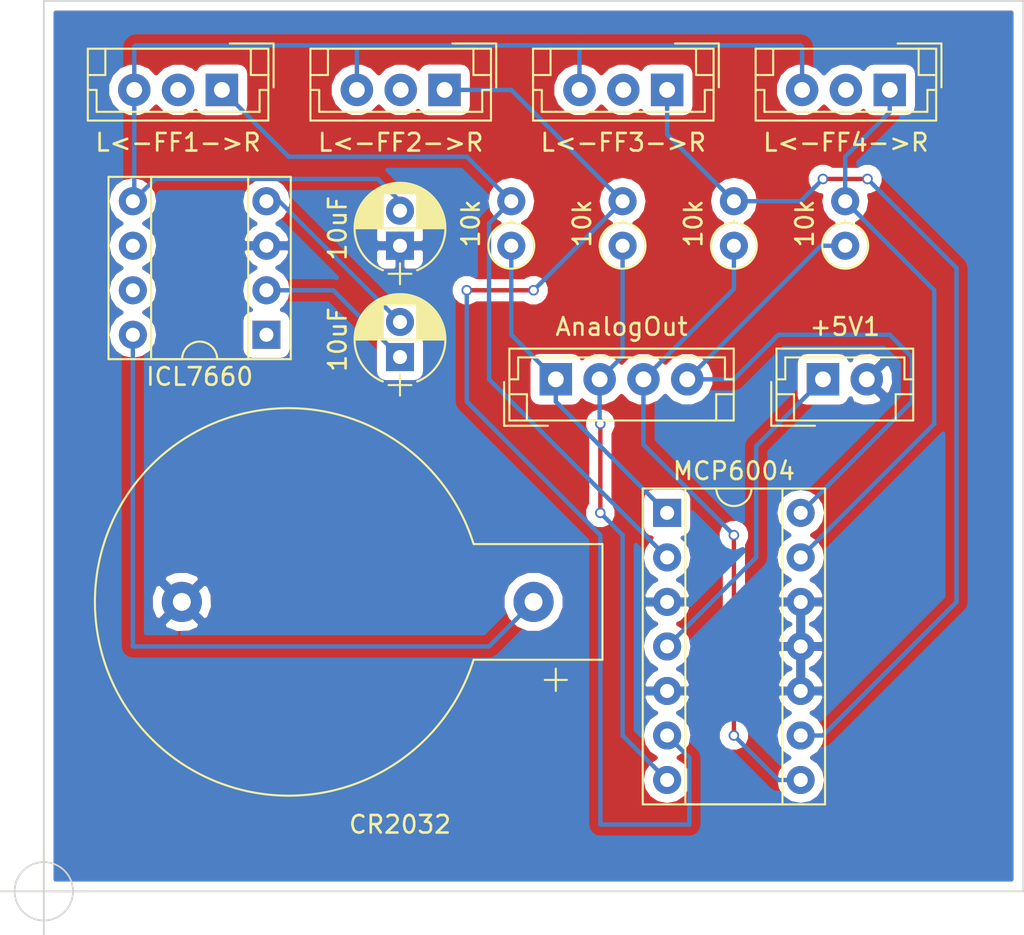
<source format=kicad_pcb>
(kicad_pcb (version 4) (host pcbnew 4.0.1-stable)

  (general
    (links 33)
    (no_connects 0)
    (area 134.66 86.309999 193.090001 139.66)
    (thickness 1.6)
    (drawings 5)
    (tracks 96)
    (zones 0)
    (modules 15)
    (nets 22)
  )

  (page A4)
  (layers
    (0 F.Cu signal)
    (31 B.Cu signal)
    (32 B.Adhes user)
    (33 F.Adhes user)
    (34 B.Paste user)
    (35 F.Paste user)
    (36 B.SilkS user)
    (37 F.SilkS user)
    (38 B.Mask user)
    (39 F.Mask user)
    (40 Dwgs.User user)
    (41 Cmts.User user)
    (42 Eco1.User user)
    (43 Eco2.User user)
    (44 Edge.Cuts user)
    (45 Margin user)
    (46 B.CrtYd user)
    (47 F.CrtYd user)
    (48 B.Fab user)
    (49 F.Fab user)
  )

  (setup
    (last_trace_width 0.25)
    (trace_clearance 0.2)
    (zone_clearance 0.508)
    (zone_45_only no)
    (trace_min 0.2)
    (segment_width 0.2)
    (edge_width 0.1)
    (via_size 0.6)
    (via_drill 0.4)
    (via_min_size 0.4)
    (via_min_drill 0.3)
    (uvia_size 0.3)
    (uvia_drill 0.1)
    (uvias_allowed no)
    (uvia_min_size 0.2)
    (uvia_min_drill 0.1)
    (pcb_text_width 0.3)
    (pcb_text_size 1.5 1.5)
    (mod_edge_width 0.15)
    (mod_text_size 1 1)
    (mod_text_width 0.15)
    (pad_size 1.5 1.5)
    (pad_drill 0.6)
    (pad_to_mask_clearance 0)
    (aux_axis_origin 0 0)
    (visible_elements 7FFFFFFF)
    (pcbplotparams
      (layerselection 0x010f0_80000001)
      (usegerberextensions true)
      (excludeedgelayer true)
      (linewidth 0.100000)
      (plotframeref false)
      (viasonmask false)
      (mode 1)
      (useauxorigin false)
      (hpglpennumber 1)
      (hpglpenspeed 20)
      (hpglpendiameter 15)
      (hpglpenoverlay 2)
      (psnegative false)
      (psa4output false)
      (plotreference true)
      (plotvalue true)
      (plotinvisibletext false)
      (padsonsilk false)
      (subtractmaskfromsilk false)
      (outputformat 1)
      (mirror false)
      (drillshape 0)
      (scaleselection 1)
      (outputdirectory ""))
  )

  (net 0 "")
  (net 1 +5V)
  (net 2 GND)
  (net 3 "Net-(C1-Pad1)")
  (net 4 "Net-(C1-Pad2)")
  (net 5 "Net-(C2-Pad2)")
  (net 6 "Net-(CR2032-Pad1)")
  (net 7 "Net-(ICL7660-Pad1)")
  (net 8 "Net-(ICL7660-Pad6)")
  (net 9 "Net-(ICL7660-Pad7)")
  (net 10 "Net-(P1-Pad1)")
  (net 11 "Net-(P1-Pad2)")
  (net 12 "Net-(P1-Pad3)")
  (net 13 "Net-(P1-Pad4)")
  (net 14 "Net-(R1-Pad2)")
  (net 15 "Net-(R2-Pad2)")
  (net 16 "Net-(R3-Pad2)")
  (net 17 "Net-(R4-Pad2)")
  (net 18 "Net-(RV1-Pad2)")
  (net 19 "Net-(RV2-Pad2)")
  (net 20 "Net-(RV3-Pad2)")
  (net 21 "Net-(RV4-Pad2)")

  (net_class Default "これは標準のネット クラスです。"
    (clearance 0.2)
    (trace_width 0.25)
    (via_dia 0.6)
    (via_drill 0.4)
    (uvia_dia 0.3)
    (uvia_drill 0.1)
    (add_net +5V)
    (add_net GND)
    (add_net "Net-(C1-Pad1)")
    (add_net "Net-(C1-Pad2)")
    (add_net "Net-(C2-Pad2)")
    (add_net "Net-(CR2032-Pad1)")
    (add_net "Net-(ICL7660-Pad1)")
    (add_net "Net-(ICL7660-Pad6)")
    (add_net "Net-(ICL7660-Pad7)")
    (add_net "Net-(P1-Pad1)")
    (add_net "Net-(P1-Pad2)")
    (add_net "Net-(P1-Pad3)")
    (add_net "Net-(P1-Pad4)")
    (add_net "Net-(R1-Pad2)")
    (add_net "Net-(R2-Pad2)")
    (add_net "Net-(R3-Pad2)")
    (add_net "Net-(R4-Pad2)")
    (add_net "Net-(RV1-Pad2)")
    (add_net "Net-(RV2-Pad2)")
    (add_net "Net-(RV3-Pad2)")
    (add_net "Net-(RV4-Pad2)")
  )

  (module Connectors_JST:JST_EH_B03B-EH-A_03x2.50mm_Straight (layer F.Cu) (tedit 5964205D) (tstamp 5962BAB5)
    (at 69.85 148.59 180)
    (descr "JST EH series connector, B03B-EH-A, 2.50mm pitch, top entry")
    (tags "connector jst eh top vertical straight")
    (path /5948B915)
    (fp_text reference L<-FF1->R (at 2.5 -3 180) (layer F.SilkS)
      (effects (font (size 1 1) (thickness 0.15)))
    )
    (fp_text value POT (at 2.5 3.5 180) (layer F.Fab)
      (effects (font (size 1 1) (thickness 0.15)))
    )
    (fp_text user %R (at 2.5 -3 180) (layer F.Fab)
      (effects (font (size 1 1) (thickness 0.15)))
    )
    (fp_line (start -2.5 -1.6) (end -2.5 2.2) (layer F.Fab) (width 0.1))
    (fp_line (start -2.5 2.2) (end 7.5 2.2) (layer F.Fab) (width 0.1))
    (fp_line (start 7.5 2.2) (end 7.5 -1.6) (layer F.Fab) (width 0.1))
    (fp_line (start 7.5 -1.6) (end -2.5 -1.6) (layer F.Fab) (width 0.1))
    (fp_line (start -2.65 -1.75) (end -2.65 2.35) (layer F.SilkS) (width 0.12))
    (fp_line (start -2.65 2.35) (end 7.65 2.35) (layer F.SilkS) (width 0.12))
    (fp_line (start 7.65 2.35) (end 7.65 -1.75) (layer F.SilkS) (width 0.12))
    (fp_line (start 7.65 -1.75) (end -2.65 -1.75) (layer F.SilkS) (width 0.12))
    (fp_line (start -2.65 0) (end -2.15 0) (layer F.SilkS) (width 0.12))
    (fp_line (start -2.15 0) (end -2.15 -1.25) (layer F.SilkS) (width 0.12))
    (fp_line (start -2.15 -1.25) (end 7.15 -1.25) (layer F.SilkS) (width 0.12))
    (fp_line (start 7.15 -1.25) (end 7.15 0) (layer F.SilkS) (width 0.12))
    (fp_line (start 7.15 0) (end 7.65 0) (layer F.SilkS) (width 0.12))
    (fp_line (start -2.65 0.85) (end -1.65 0.85) (layer F.SilkS) (width 0.12))
    (fp_line (start -1.65 0.85) (end -1.65 2.35) (layer F.SilkS) (width 0.12))
    (fp_line (start 7.65 0.85) (end 6.65 0.85) (layer F.SilkS) (width 0.12))
    (fp_line (start 6.65 0.85) (end 6.65 2.35) (layer F.SilkS) (width 0.12))
    (fp_line (start -2.95 0.15) (end -2.95 2.65) (layer F.SilkS) (width 0.12))
    (fp_line (start -2.95 2.65) (end -0.45 2.65) (layer F.SilkS) (width 0.12))
    (fp_line (start -2.95 0.15) (end -2.95 2.65) (layer F.Fab) (width 0.1))
    (fp_line (start -2.95 2.65) (end -0.45 2.65) (layer F.Fab) (width 0.1))
    (fp_line (start -3.15 -2.25) (end -3.15 2.85) (layer F.CrtYd) (width 0.05))
    (fp_line (start -3.15 2.85) (end 8.15 2.85) (layer F.CrtYd) (width 0.05))
    (fp_line (start 8.15 2.85) (end 8.15 -2.25) (layer F.CrtYd) (width 0.05))
    (fp_line (start 8.15 -2.25) (end -3.15 -2.25) (layer F.CrtYd) (width 0.05))
    (pad 1 thru_hole rect (at 0 0 180) (size 1.85 1.85) (drill 0.9) (layers *.Cu *.Mask)
      (net 14 "Net-(R1-Pad2)"))
    (pad 2 thru_hole circle (at 2.5 0 180) (size 1.85 1.85) (drill 0.9) (layers *.Cu *.Mask)
      (net 18 "Net-(RV1-Pad2)"))
    (pad 3 thru_hole circle (at 5 0 180) (size 1.85 1.85) (drill 0.9) (layers *.Cu *.Mask)
      (net 5 "Net-(C2-Pad2)"))
    (model Connectors_JST.3dshapes/JST_EH_B03B-EH-A_03x2.50mm_Straight.wrl
      (at (xyz 0 0 0))
      (scale (xyz 1 1 1))
      (rotate (xyz 0 0 0))
    )
  )

  (module Connectors_JST:JST_EH_B02B-EH-A_02x2.50mm_Straight (layer F.Cu) (tedit 58A3B0B5) (tstamp 5962B8F1)
    (at 104.14 165.1)
    (descr "JST EH series connector, B02B-EH-A, 2.50mm pitch, top entry")
    (tags "connector jst eh top vertical straight")
    (path /5948B5C0)
    (fp_text reference +5V1 (at 1.25 -3) (layer F.SilkS)
      (effects (font (size 1 1) (thickness 0.15)))
    )
    (fp_text value Power (at 1.25 3.5) (layer F.Fab)
      (effects (font (size 1 1) (thickness 0.15)))
    )
    (fp_text user %R (at 1.25 -3) (layer F.Fab)
      (effects (font (size 1 1) (thickness 0.15)))
    )
    (fp_line (start -2.5 -1.6) (end -2.5 2.2) (layer F.Fab) (width 0.1))
    (fp_line (start -2.5 2.2) (end 5 2.2) (layer F.Fab) (width 0.1))
    (fp_line (start 5 2.2) (end 5 -1.6) (layer F.Fab) (width 0.1))
    (fp_line (start 5 -1.6) (end -2.5 -1.6) (layer F.Fab) (width 0.1))
    (fp_line (start -2.65 -1.75) (end -2.65 2.35) (layer F.SilkS) (width 0.12))
    (fp_line (start -2.65 2.35) (end 5.15 2.35) (layer F.SilkS) (width 0.12))
    (fp_line (start 5.15 2.35) (end 5.15 -1.75) (layer F.SilkS) (width 0.12))
    (fp_line (start 5.15 -1.75) (end -2.65 -1.75) (layer F.SilkS) (width 0.12))
    (fp_line (start -2.65 0) (end -2.15 0) (layer F.SilkS) (width 0.12))
    (fp_line (start -2.15 0) (end -2.15 -1.25) (layer F.SilkS) (width 0.12))
    (fp_line (start -2.15 -1.25) (end 4.65 -1.25) (layer F.SilkS) (width 0.12))
    (fp_line (start 4.65 -1.25) (end 4.65 0) (layer F.SilkS) (width 0.12))
    (fp_line (start 4.65 0) (end 5.15 0) (layer F.SilkS) (width 0.12))
    (fp_line (start -2.65 0.85) (end -1.65 0.85) (layer F.SilkS) (width 0.12))
    (fp_line (start -1.65 0.85) (end -1.65 2.35) (layer F.SilkS) (width 0.12))
    (fp_line (start 5.15 0.85) (end 4.15 0.85) (layer F.SilkS) (width 0.12))
    (fp_line (start 4.15 0.85) (end 4.15 2.35) (layer F.SilkS) (width 0.12))
    (fp_line (start -2.95 0.15) (end -2.95 2.65) (layer F.SilkS) (width 0.12))
    (fp_line (start -2.95 2.65) (end -0.45 2.65) (layer F.SilkS) (width 0.12))
    (fp_line (start -2.95 0.15) (end -2.95 2.65) (layer F.Fab) (width 0.1))
    (fp_line (start -2.95 2.65) (end -0.45 2.65) (layer F.Fab) (width 0.1))
    (fp_line (start -3.15 -2.25) (end -3.15 2.85) (layer F.CrtYd) (width 0.05))
    (fp_line (start -3.15 2.85) (end 5.65 2.85) (layer F.CrtYd) (width 0.05))
    (fp_line (start 5.65 2.85) (end 5.65 -2.25) (layer F.CrtYd) (width 0.05))
    (fp_line (start 5.65 -2.25) (end -3.15 -2.25) (layer F.CrtYd) (width 0.05))
    (pad 1 thru_hole rect (at 0 0) (size 1.85 1.85) (drill 0.9) (layers *.Cu *.Mask)
      (net 1 +5V))
    (pad 2 thru_hole circle (at 2.5 0) (size 1.85 1.85) (drill 0.9) (layers *.Cu *.Mask)
      (net 2 GND))
    (model Connectors_JST.3dshapes/JST_EH_B02B-EH-A_02x2.50mm_Straight.wrl
      (at (xyz 0 0 0))
      (scale (xyz 1 1 1))
      (rotate (xyz 0 0 0))
    )
  )

  (module Capacitors_ThroughHole:CP_Radial_D5.0mm_P2.00mm (layer F.Cu) (tedit 5962FDDE) (tstamp 5962B976)
    (at 80.01 163.83 90)
    (descr "CP, Radial series, Radial, pin pitch=2.00mm, , diameter=5mm, Electrolytic Capacitor")
    (tags "CP Radial series Radial pin pitch 2.00mm  diameter 5mm Electrolytic Capacitor")
    (path /5948B5B9)
    (fp_text reference 10uF (at 1 -3.56 90) (layer F.SilkS)
      (effects (font (size 1 1) (thickness 0.15)))
    )
    (fp_text value 10uF (at 1 3.56 90) (layer F.Fab)
      (effects (font (size 1 1) (thickness 0.15)))
    )
    (fp_text user %R (at 0.65 0 90) (layer F.Fab)
      (effects (font (size 1 1) (thickness 0.15)))
    )
    (fp_line (start -2.2 0) (end -1 0) (layer F.Fab) (width 0.1))
    (fp_line (start -1.6 -0.65) (end -1.6 0.65) (layer F.Fab) (width 0.1))
    (fp_line (start 1 -2.55) (end 1 2.55) (layer F.SilkS) (width 0.12))
    (fp_line (start 1.04 -2.55) (end 1.04 -0.98) (layer F.SilkS) (width 0.12))
    (fp_line (start 1.04 0.98) (end 1.04 2.55) (layer F.SilkS) (width 0.12))
    (fp_line (start 1.08 -2.549) (end 1.08 -0.98) (layer F.SilkS) (width 0.12))
    (fp_line (start 1.08 0.98) (end 1.08 2.549) (layer F.SilkS) (width 0.12))
    (fp_line (start 1.12 -2.548) (end 1.12 -0.98) (layer F.SilkS) (width 0.12))
    (fp_line (start 1.12 0.98) (end 1.12 2.548) (layer F.SilkS) (width 0.12))
    (fp_line (start 1.16 -2.546) (end 1.16 -0.98) (layer F.SilkS) (width 0.12))
    (fp_line (start 1.16 0.98) (end 1.16 2.546) (layer F.SilkS) (width 0.12))
    (fp_line (start 1.2 -2.543) (end 1.2 -0.98) (layer F.SilkS) (width 0.12))
    (fp_line (start 1.2 0.98) (end 1.2 2.543) (layer F.SilkS) (width 0.12))
    (fp_line (start 1.24 -2.539) (end 1.24 -0.98) (layer F.SilkS) (width 0.12))
    (fp_line (start 1.24 0.98) (end 1.24 2.539) (layer F.SilkS) (width 0.12))
    (fp_line (start 1.28 -2.535) (end 1.28 -0.98) (layer F.SilkS) (width 0.12))
    (fp_line (start 1.28 0.98) (end 1.28 2.535) (layer F.SilkS) (width 0.12))
    (fp_line (start 1.32 -2.531) (end 1.32 -0.98) (layer F.SilkS) (width 0.12))
    (fp_line (start 1.32 0.98) (end 1.32 2.531) (layer F.SilkS) (width 0.12))
    (fp_line (start 1.36 -2.525) (end 1.36 -0.98) (layer F.SilkS) (width 0.12))
    (fp_line (start 1.36 0.98) (end 1.36 2.525) (layer F.SilkS) (width 0.12))
    (fp_line (start 1.4 -2.519) (end 1.4 -0.98) (layer F.SilkS) (width 0.12))
    (fp_line (start 1.4 0.98) (end 1.4 2.519) (layer F.SilkS) (width 0.12))
    (fp_line (start 1.44 -2.513) (end 1.44 -0.98) (layer F.SilkS) (width 0.12))
    (fp_line (start 1.44 0.98) (end 1.44 2.513) (layer F.SilkS) (width 0.12))
    (fp_line (start 1.48 -2.506) (end 1.48 -0.98) (layer F.SilkS) (width 0.12))
    (fp_line (start 1.48 0.98) (end 1.48 2.506) (layer F.SilkS) (width 0.12))
    (fp_line (start 1.52 -2.498) (end 1.52 -0.98) (layer F.SilkS) (width 0.12))
    (fp_line (start 1.52 0.98) (end 1.52 2.498) (layer F.SilkS) (width 0.12))
    (fp_line (start 1.56 -2.489) (end 1.56 -0.98) (layer F.SilkS) (width 0.12))
    (fp_line (start 1.56 0.98) (end 1.56 2.489) (layer F.SilkS) (width 0.12))
    (fp_line (start 1.6 -2.48) (end 1.6 -0.98) (layer F.SilkS) (width 0.12))
    (fp_line (start 1.6 0.98) (end 1.6 2.48) (layer F.SilkS) (width 0.12))
    (fp_line (start 1.64 -2.47) (end 1.64 -0.98) (layer F.SilkS) (width 0.12))
    (fp_line (start 1.64 0.98) (end 1.64 2.47) (layer F.SilkS) (width 0.12))
    (fp_line (start 1.68 -2.46) (end 1.68 -0.98) (layer F.SilkS) (width 0.12))
    (fp_line (start 1.68 0.98) (end 1.68 2.46) (layer F.SilkS) (width 0.12))
    (fp_line (start 1.721 -2.448) (end 1.721 -0.98) (layer F.SilkS) (width 0.12))
    (fp_line (start 1.721 0.98) (end 1.721 2.448) (layer F.SilkS) (width 0.12))
    (fp_line (start 1.761 -2.436) (end 1.761 -0.98) (layer F.SilkS) (width 0.12))
    (fp_line (start 1.761 0.98) (end 1.761 2.436) (layer F.SilkS) (width 0.12))
    (fp_line (start 1.801 -2.424) (end 1.801 -0.98) (layer F.SilkS) (width 0.12))
    (fp_line (start 1.801 0.98) (end 1.801 2.424) (layer F.SilkS) (width 0.12))
    (fp_line (start 1.841 -2.41) (end 1.841 -0.98) (layer F.SilkS) (width 0.12))
    (fp_line (start 1.841 0.98) (end 1.841 2.41) (layer F.SilkS) (width 0.12))
    (fp_line (start 1.881 -2.396) (end 1.881 -0.98) (layer F.SilkS) (width 0.12))
    (fp_line (start 1.881 0.98) (end 1.881 2.396) (layer F.SilkS) (width 0.12))
    (fp_line (start 1.921 -2.382) (end 1.921 -0.98) (layer F.SilkS) (width 0.12))
    (fp_line (start 1.921 0.98) (end 1.921 2.382) (layer F.SilkS) (width 0.12))
    (fp_line (start 1.961 -2.366) (end 1.961 -0.98) (layer F.SilkS) (width 0.12))
    (fp_line (start 1.961 0.98) (end 1.961 2.366) (layer F.SilkS) (width 0.12))
    (fp_line (start 2.001 -2.35) (end 2.001 -0.98) (layer F.SilkS) (width 0.12))
    (fp_line (start 2.001 0.98) (end 2.001 2.35) (layer F.SilkS) (width 0.12))
    (fp_line (start 2.041 -2.333) (end 2.041 -0.98) (layer F.SilkS) (width 0.12))
    (fp_line (start 2.041 0.98) (end 2.041 2.333) (layer F.SilkS) (width 0.12))
    (fp_line (start 2.081 -2.315) (end 2.081 -0.98) (layer F.SilkS) (width 0.12))
    (fp_line (start 2.081 0.98) (end 2.081 2.315) (layer F.SilkS) (width 0.12))
    (fp_line (start 2.121 -2.296) (end 2.121 -0.98) (layer F.SilkS) (width 0.12))
    (fp_line (start 2.121 0.98) (end 2.121 2.296) (layer F.SilkS) (width 0.12))
    (fp_line (start 2.161 -2.276) (end 2.161 -0.98) (layer F.SilkS) (width 0.12))
    (fp_line (start 2.161 0.98) (end 2.161 2.276) (layer F.SilkS) (width 0.12))
    (fp_line (start 2.201 -2.256) (end 2.201 -0.98) (layer F.SilkS) (width 0.12))
    (fp_line (start 2.201 0.98) (end 2.201 2.256) (layer F.SilkS) (width 0.12))
    (fp_line (start 2.241 -2.234) (end 2.241 -0.98) (layer F.SilkS) (width 0.12))
    (fp_line (start 2.241 0.98) (end 2.241 2.234) (layer F.SilkS) (width 0.12))
    (fp_line (start 2.281 -2.212) (end 2.281 -0.98) (layer F.SilkS) (width 0.12))
    (fp_line (start 2.281 0.98) (end 2.281 2.212) (layer F.SilkS) (width 0.12))
    (fp_line (start 2.321 -2.189) (end 2.321 -0.98) (layer F.SilkS) (width 0.12))
    (fp_line (start 2.321 0.98) (end 2.321 2.189) (layer F.SilkS) (width 0.12))
    (fp_line (start 2.361 -2.165) (end 2.361 -0.98) (layer F.SilkS) (width 0.12))
    (fp_line (start 2.361 0.98) (end 2.361 2.165) (layer F.SilkS) (width 0.12))
    (fp_line (start 2.401 -2.14) (end 2.401 -0.98) (layer F.SilkS) (width 0.12))
    (fp_line (start 2.401 0.98) (end 2.401 2.14) (layer F.SilkS) (width 0.12))
    (fp_line (start 2.441 -2.113) (end 2.441 -0.98) (layer F.SilkS) (width 0.12))
    (fp_line (start 2.441 0.98) (end 2.441 2.113) (layer F.SilkS) (width 0.12))
    (fp_line (start 2.481 -2.086) (end 2.481 -0.98) (layer F.SilkS) (width 0.12))
    (fp_line (start 2.481 0.98) (end 2.481 2.086) (layer F.SilkS) (width 0.12))
    (fp_line (start 2.521 -2.058) (end 2.521 -0.98) (layer F.SilkS) (width 0.12))
    (fp_line (start 2.521 0.98) (end 2.521 2.058) (layer F.SilkS) (width 0.12))
    (fp_line (start 2.561 -2.028) (end 2.561 -0.98) (layer F.SilkS) (width 0.12))
    (fp_line (start 2.561 0.98) (end 2.561 2.028) (layer F.SilkS) (width 0.12))
    (fp_line (start 2.601 -1.997) (end 2.601 -0.98) (layer F.SilkS) (width 0.12))
    (fp_line (start 2.601 0.98) (end 2.601 1.997) (layer F.SilkS) (width 0.12))
    (fp_line (start 2.641 -1.965) (end 2.641 -0.98) (layer F.SilkS) (width 0.12))
    (fp_line (start 2.641 0.98) (end 2.641 1.965) (layer F.SilkS) (width 0.12))
    (fp_line (start 2.681 -1.932) (end 2.681 -0.98) (layer F.SilkS) (width 0.12))
    (fp_line (start 2.681 0.98) (end 2.681 1.932) (layer F.SilkS) (width 0.12))
    (fp_line (start 2.721 -1.897) (end 2.721 -0.98) (layer F.SilkS) (width 0.12))
    (fp_line (start 2.721 0.98) (end 2.721 1.897) (layer F.SilkS) (width 0.12))
    (fp_line (start 2.761 -1.861) (end 2.761 -0.98) (layer F.SilkS) (width 0.12))
    (fp_line (start 2.761 0.98) (end 2.761 1.861) (layer F.SilkS) (width 0.12))
    (fp_line (start 2.801 -1.823) (end 2.801 -0.98) (layer F.SilkS) (width 0.12))
    (fp_line (start 2.801 0.98) (end 2.801 1.823) (layer F.SilkS) (width 0.12))
    (fp_line (start 2.841 -1.783) (end 2.841 -0.98) (layer F.SilkS) (width 0.12))
    (fp_line (start 2.841 0.98) (end 2.841 1.783) (layer F.SilkS) (width 0.12))
    (fp_line (start 2.881 -1.742) (end 2.881 -0.98) (layer F.SilkS) (width 0.12))
    (fp_line (start 2.881 0.98) (end 2.881 1.742) (layer F.SilkS) (width 0.12))
    (fp_line (start 2.921 -1.699) (end 2.921 -0.98) (layer F.SilkS) (width 0.12))
    (fp_line (start 2.921 0.98) (end 2.921 1.699) (layer F.SilkS) (width 0.12))
    (fp_line (start 2.961 -1.654) (end 2.961 -0.98) (layer F.SilkS) (width 0.12))
    (fp_line (start 2.961 0.98) (end 2.961 1.654) (layer F.SilkS) (width 0.12))
    (fp_line (start 3.001 -1.606) (end 3.001 1.606) (layer F.SilkS) (width 0.12))
    (fp_line (start 3.041 -1.556) (end 3.041 1.556) (layer F.SilkS) (width 0.12))
    (fp_line (start 3.081 -1.504) (end 3.081 1.504) (layer F.SilkS) (width 0.12))
    (fp_line (start 3.121 -1.448) (end 3.121 1.448) (layer F.SilkS) (width 0.12))
    (fp_line (start 3.161 -1.39) (end 3.161 1.39) (layer F.SilkS) (width 0.12))
    (fp_line (start 3.201 -1.327) (end 3.201 1.327) (layer F.SilkS) (width 0.12))
    (fp_line (start 3.241 -1.261) (end 3.241 1.261) (layer F.SilkS) (width 0.12))
    (fp_line (start 3.281 -1.189) (end 3.281 1.189) (layer F.SilkS) (width 0.12))
    (fp_line (start 3.321 -1.112) (end 3.321 1.112) (layer F.SilkS) (width 0.12))
    (fp_line (start 3.361 -1.028) (end 3.361 1.028) (layer F.SilkS) (width 0.12))
    (fp_line (start 3.401 -0.934) (end 3.401 0.934) (layer F.SilkS) (width 0.12))
    (fp_line (start 3.441 -0.829) (end 3.441 0.829) (layer F.SilkS) (width 0.12))
    (fp_line (start 3.481 -0.707) (end 3.481 0.707) (layer F.SilkS) (width 0.12))
    (fp_line (start 3.521 -0.559) (end 3.521 0.559) (layer F.SilkS) (width 0.12))
    (fp_line (start 3.561 -0.354) (end 3.561 0.354) (layer F.SilkS) (width 0.12))
    (fp_line (start -2.2 0) (end -1 0) (layer F.SilkS) (width 0.12))
    (fp_line (start -1.6 -0.65) (end -1.6 0.65) (layer F.SilkS) (width 0.12))
    (fp_line (start -1.85 -2.85) (end -1.85 2.85) (layer F.CrtYd) (width 0.05))
    (fp_line (start -1.85 2.85) (end 3.85 2.85) (layer F.CrtYd) (width 0.05))
    (fp_line (start 3.85 2.85) (end 3.85 -2.85) (layer F.CrtYd) (width 0.05))
    (fp_line (start 3.85 -2.85) (end -1.85 -2.85) (layer F.CrtYd) (width 0.05))
    (fp_circle (center 1 0) (end 3.5 0) (layer F.Fab) (width 0.1))
    (fp_arc (start 1 0) (end -1.397436 -0.98) (angle 135.5) (layer F.SilkS) (width 0.12))
    (fp_arc (start 1 0) (end -1.397436 0.98) (angle -135.5) (layer F.SilkS) (width 0.12))
    (fp_arc (start 1 0) (end 3.397436 -0.98) (angle 44.5) (layer F.SilkS) (width 0.12))
    (pad 1 thru_hole rect (at 0 0 90) (size 1.6 1.6) (drill 0.8) (layers *.Cu *.Mask)
      (net 3 "Net-(C1-Pad1)"))
    (pad 2 thru_hole circle (at 2 0 90) (size 1.6 1.6) (drill 0.8) (layers *.Cu *.Mask)
      (net 4 "Net-(C1-Pad2)"))
    (model ${KISYS3DMOD}/Capacitors_THT.3dshapes/CP_Radial_D5.0mm_P2.00mm.wrl
      (at (xyz 0 0 0))
      (scale (xyz 1 1 1))
      (rotate (xyz 0 0 0))
    )
  )

  (module Capacitors_ThroughHole:CP_Radial_D5.0mm_P2.00mm (layer F.Cu) (tedit 5962FDD5) (tstamp 5962B9FB)
    (at 80.01 157.48 90)
    (descr "CP, Radial series, Radial, pin pitch=2.00mm, , diameter=5mm, Electrolytic Capacitor")
    (tags "CP Radial series Radial pin pitch 2.00mm  diameter 5mm Electrolytic Capacitor")
    (path /5948B5BA)
    (fp_text reference 10uF (at 1 -3.56 90) (layer F.SilkS)
      (effects (font (size 1 1) (thickness 0.15)))
    )
    (fp_text value 10uF (at 1 3.56 90) (layer F.Fab)
      (effects (font (size 1 1) (thickness 0.15)))
    )
    (fp_text user %R (at 0.65 0 90) (layer F.Fab)
      (effects (font (size 1 1) (thickness 0.15)))
    )
    (fp_line (start -2.2 0) (end -1 0) (layer F.Fab) (width 0.1))
    (fp_line (start -1.6 -0.65) (end -1.6 0.65) (layer F.Fab) (width 0.1))
    (fp_line (start 1 -2.55) (end 1 2.55) (layer F.SilkS) (width 0.12))
    (fp_line (start 1.04 -2.55) (end 1.04 -0.98) (layer F.SilkS) (width 0.12))
    (fp_line (start 1.04 0.98) (end 1.04 2.55) (layer F.SilkS) (width 0.12))
    (fp_line (start 1.08 -2.549) (end 1.08 -0.98) (layer F.SilkS) (width 0.12))
    (fp_line (start 1.08 0.98) (end 1.08 2.549) (layer F.SilkS) (width 0.12))
    (fp_line (start 1.12 -2.548) (end 1.12 -0.98) (layer F.SilkS) (width 0.12))
    (fp_line (start 1.12 0.98) (end 1.12 2.548) (layer F.SilkS) (width 0.12))
    (fp_line (start 1.16 -2.546) (end 1.16 -0.98) (layer F.SilkS) (width 0.12))
    (fp_line (start 1.16 0.98) (end 1.16 2.546) (layer F.SilkS) (width 0.12))
    (fp_line (start 1.2 -2.543) (end 1.2 -0.98) (layer F.SilkS) (width 0.12))
    (fp_line (start 1.2 0.98) (end 1.2 2.543) (layer F.SilkS) (width 0.12))
    (fp_line (start 1.24 -2.539) (end 1.24 -0.98) (layer F.SilkS) (width 0.12))
    (fp_line (start 1.24 0.98) (end 1.24 2.539) (layer F.SilkS) (width 0.12))
    (fp_line (start 1.28 -2.535) (end 1.28 -0.98) (layer F.SilkS) (width 0.12))
    (fp_line (start 1.28 0.98) (end 1.28 2.535) (layer F.SilkS) (width 0.12))
    (fp_line (start 1.32 -2.531) (end 1.32 -0.98) (layer F.SilkS) (width 0.12))
    (fp_line (start 1.32 0.98) (end 1.32 2.531) (layer F.SilkS) (width 0.12))
    (fp_line (start 1.36 -2.525) (end 1.36 -0.98) (layer F.SilkS) (width 0.12))
    (fp_line (start 1.36 0.98) (end 1.36 2.525) (layer F.SilkS) (width 0.12))
    (fp_line (start 1.4 -2.519) (end 1.4 -0.98) (layer F.SilkS) (width 0.12))
    (fp_line (start 1.4 0.98) (end 1.4 2.519) (layer F.SilkS) (width 0.12))
    (fp_line (start 1.44 -2.513) (end 1.44 -0.98) (layer F.SilkS) (width 0.12))
    (fp_line (start 1.44 0.98) (end 1.44 2.513) (layer F.SilkS) (width 0.12))
    (fp_line (start 1.48 -2.506) (end 1.48 -0.98) (layer F.SilkS) (width 0.12))
    (fp_line (start 1.48 0.98) (end 1.48 2.506) (layer F.SilkS) (width 0.12))
    (fp_line (start 1.52 -2.498) (end 1.52 -0.98) (layer F.SilkS) (width 0.12))
    (fp_line (start 1.52 0.98) (end 1.52 2.498) (layer F.SilkS) (width 0.12))
    (fp_line (start 1.56 -2.489) (end 1.56 -0.98) (layer F.SilkS) (width 0.12))
    (fp_line (start 1.56 0.98) (end 1.56 2.489) (layer F.SilkS) (width 0.12))
    (fp_line (start 1.6 -2.48) (end 1.6 -0.98) (layer F.SilkS) (width 0.12))
    (fp_line (start 1.6 0.98) (end 1.6 2.48) (layer F.SilkS) (width 0.12))
    (fp_line (start 1.64 -2.47) (end 1.64 -0.98) (layer F.SilkS) (width 0.12))
    (fp_line (start 1.64 0.98) (end 1.64 2.47) (layer F.SilkS) (width 0.12))
    (fp_line (start 1.68 -2.46) (end 1.68 -0.98) (layer F.SilkS) (width 0.12))
    (fp_line (start 1.68 0.98) (end 1.68 2.46) (layer F.SilkS) (width 0.12))
    (fp_line (start 1.721 -2.448) (end 1.721 -0.98) (layer F.SilkS) (width 0.12))
    (fp_line (start 1.721 0.98) (end 1.721 2.448) (layer F.SilkS) (width 0.12))
    (fp_line (start 1.761 -2.436) (end 1.761 -0.98) (layer F.SilkS) (width 0.12))
    (fp_line (start 1.761 0.98) (end 1.761 2.436) (layer F.SilkS) (width 0.12))
    (fp_line (start 1.801 -2.424) (end 1.801 -0.98) (layer F.SilkS) (width 0.12))
    (fp_line (start 1.801 0.98) (end 1.801 2.424) (layer F.SilkS) (width 0.12))
    (fp_line (start 1.841 -2.41) (end 1.841 -0.98) (layer F.SilkS) (width 0.12))
    (fp_line (start 1.841 0.98) (end 1.841 2.41) (layer F.SilkS) (width 0.12))
    (fp_line (start 1.881 -2.396) (end 1.881 -0.98) (layer F.SilkS) (width 0.12))
    (fp_line (start 1.881 0.98) (end 1.881 2.396) (layer F.SilkS) (width 0.12))
    (fp_line (start 1.921 -2.382) (end 1.921 -0.98) (layer F.SilkS) (width 0.12))
    (fp_line (start 1.921 0.98) (end 1.921 2.382) (layer F.SilkS) (width 0.12))
    (fp_line (start 1.961 -2.366) (end 1.961 -0.98) (layer F.SilkS) (width 0.12))
    (fp_line (start 1.961 0.98) (end 1.961 2.366) (layer F.SilkS) (width 0.12))
    (fp_line (start 2.001 -2.35) (end 2.001 -0.98) (layer F.SilkS) (width 0.12))
    (fp_line (start 2.001 0.98) (end 2.001 2.35) (layer F.SilkS) (width 0.12))
    (fp_line (start 2.041 -2.333) (end 2.041 -0.98) (layer F.SilkS) (width 0.12))
    (fp_line (start 2.041 0.98) (end 2.041 2.333) (layer F.SilkS) (width 0.12))
    (fp_line (start 2.081 -2.315) (end 2.081 -0.98) (layer F.SilkS) (width 0.12))
    (fp_line (start 2.081 0.98) (end 2.081 2.315) (layer F.SilkS) (width 0.12))
    (fp_line (start 2.121 -2.296) (end 2.121 -0.98) (layer F.SilkS) (width 0.12))
    (fp_line (start 2.121 0.98) (end 2.121 2.296) (layer F.SilkS) (width 0.12))
    (fp_line (start 2.161 -2.276) (end 2.161 -0.98) (layer F.SilkS) (width 0.12))
    (fp_line (start 2.161 0.98) (end 2.161 2.276) (layer F.SilkS) (width 0.12))
    (fp_line (start 2.201 -2.256) (end 2.201 -0.98) (layer F.SilkS) (width 0.12))
    (fp_line (start 2.201 0.98) (end 2.201 2.256) (layer F.SilkS) (width 0.12))
    (fp_line (start 2.241 -2.234) (end 2.241 -0.98) (layer F.SilkS) (width 0.12))
    (fp_line (start 2.241 0.98) (end 2.241 2.234) (layer F.SilkS) (width 0.12))
    (fp_line (start 2.281 -2.212) (end 2.281 -0.98) (layer F.SilkS) (width 0.12))
    (fp_line (start 2.281 0.98) (end 2.281 2.212) (layer F.SilkS) (width 0.12))
    (fp_line (start 2.321 -2.189) (end 2.321 -0.98) (layer F.SilkS) (width 0.12))
    (fp_line (start 2.321 0.98) (end 2.321 2.189) (layer F.SilkS) (width 0.12))
    (fp_line (start 2.361 -2.165) (end 2.361 -0.98) (layer F.SilkS) (width 0.12))
    (fp_line (start 2.361 0.98) (end 2.361 2.165) (layer F.SilkS) (width 0.12))
    (fp_line (start 2.401 -2.14) (end 2.401 -0.98) (layer F.SilkS) (width 0.12))
    (fp_line (start 2.401 0.98) (end 2.401 2.14) (layer F.SilkS) (width 0.12))
    (fp_line (start 2.441 -2.113) (end 2.441 -0.98) (layer F.SilkS) (width 0.12))
    (fp_line (start 2.441 0.98) (end 2.441 2.113) (layer F.SilkS) (width 0.12))
    (fp_line (start 2.481 -2.086) (end 2.481 -0.98) (layer F.SilkS) (width 0.12))
    (fp_line (start 2.481 0.98) (end 2.481 2.086) (layer F.SilkS) (width 0.12))
    (fp_line (start 2.521 -2.058) (end 2.521 -0.98) (layer F.SilkS) (width 0.12))
    (fp_line (start 2.521 0.98) (end 2.521 2.058) (layer F.SilkS) (width 0.12))
    (fp_line (start 2.561 -2.028) (end 2.561 -0.98) (layer F.SilkS) (width 0.12))
    (fp_line (start 2.561 0.98) (end 2.561 2.028) (layer F.SilkS) (width 0.12))
    (fp_line (start 2.601 -1.997) (end 2.601 -0.98) (layer F.SilkS) (width 0.12))
    (fp_line (start 2.601 0.98) (end 2.601 1.997) (layer F.SilkS) (width 0.12))
    (fp_line (start 2.641 -1.965) (end 2.641 -0.98) (layer F.SilkS) (width 0.12))
    (fp_line (start 2.641 0.98) (end 2.641 1.965) (layer F.SilkS) (width 0.12))
    (fp_line (start 2.681 -1.932) (end 2.681 -0.98) (layer F.SilkS) (width 0.12))
    (fp_line (start 2.681 0.98) (end 2.681 1.932) (layer F.SilkS) (width 0.12))
    (fp_line (start 2.721 -1.897) (end 2.721 -0.98) (layer F.SilkS) (width 0.12))
    (fp_line (start 2.721 0.98) (end 2.721 1.897) (layer F.SilkS) (width 0.12))
    (fp_line (start 2.761 -1.861) (end 2.761 -0.98) (layer F.SilkS) (width 0.12))
    (fp_line (start 2.761 0.98) (end 2.761 1.861) (layer F.SilkS) (width 0.12))
    (fp_line (start 2.801 -1.823) (end 2.801 -0.98) (layer F.SilkS) (width 0.12))
    (fp_line (start 2.801 0.98) (end 2.801 1.823) (layer F.SilkS) (width 0.12))
    (fp_line (start 2.841 -1.783) (end 2.841 -0.98) (layer F.SilkS) (width 0.12))
    (fp_line (start 2.841 0.98) (end 2.841 1.783) (layer F.SilkS) (width 0.12))
    (fp_line (start 2.881 -1.742) (end 2.881 -0.98) (layer F.SilkS) (width 0.12))
    (fp_line (start 2.881 0.98) (end 2.881 1.742) (layer F.SilkS) (width 0.12))
    (fp_line (start 2.921 -1.699) (end 2.921 -0.98) (layer F.SilkS) (width 0.12))
    (fp_line (start 2.921 0.98) (end 2.921 1.699) (layer F.SilkS) (width 0.12))
    (fp_line (start 2.961 -1.654) (end 2.961 -0.98) (layer F.SilkS) (width 0.12))
    (fp_line (start 2.961 0.98) (end 2.961 1.654) (layer F.SilkS) (width 0.12))
    (fp_line (start 3.001 -1.606) (end 3.001 1.606) (layer F.SilkS) (width 0.12))
    (fp_line (start 3.041 -1.556) (end 3.041 1.556) (layer F.SilkS) (width 0.12))
    (fp_line (start 3.081 -1.504) (end 3.081 1.504) (layer F.SilkS) (width 0.12))
    (fp_line (start 3.121 -1.448) (end 3.121 1.448) (layer F.SilkS) (width 0.12))
    (fp_line (start 3.161 -1.39) (end 3.161 1.39) (layer F.SilkS) (width 0.12))
    (fp_line (start 3.201 -1.327) (end 3.201 1.327) (layer F.SilkS) (width 0.12))
    (fp_line (start 3.241 -1.261) (end 3.241 1.261) (layer F.SilkS) (width 0.12))
    (fp_line (start 3.281 -1.189) (end 3.281 1.189) (layer F.SilkS) (width 0.12))
    (fp_line (start 3.321 -1.112) (end 3.321 1.112) (layer F.SilkS) (width 0.12))
    (fp_line (start 3.361 -1.028) (end 3.361 1.028) (layer F.SilkS) (width 0.12))
    (fp_line (start 3.401 -0.934) (end 3.401 0.934) (layer F.SilkS) (width 0.12))
    (fp_line (start 3.441 -0.829) (end 3.441 0.829) (layer F.SilkS) (width 0.12))
    (fp_line (start 3.481 -0.707) (end 3.481 0.707) (layer F.SilkS) (width 0.12))
    (fp_line (start 3.521 -0.559) (end 3.521 0.559) (layer F.SilkS) (width 0.12))
    (fp_line (start 3.561 -0.354) (end 3.561 0.354) (layer F.SilkS) (width 0.12))
    (fp_line (start -2.2 0) (end -1 0) (layer F.SilkS) (width 0.12))
    (fp_line (start -1.6 -0.65) (end -1.6 0.65) (layer F.SilkS) (width 0.12))
    (fp_line (start -1.85 -2.85) (end -1.85 2.85) (layer F.CrtYd) (width 0.05))
    (fp_line (start -1.85 2.85) (end 3.85 2.85) (layer F.CrtYd) (width 0.05))
    (fp_line (start 3.85 2.85) (end 3.85 -2.85) (layer F.CrtYd) (width 0.05))
    (fp_line (start 3.85 -2.85) (end -1.85 -2.85) (layer F.CrtYd) (width 0.05))
    (fp_circle (center 1 0) (end 3.5 0) (layer F.Fab) (width 0.1))
    (fp_arc (start 1 0) (end -1.397436 -0.98) (angle 135.5) (layer F.SilkS) (width 0.12))
    (fp_arc (start 1 0) (end -1.397436 0.98) (angle -135.5) (layer F.SilkS) (width 0.12))
    (fp_arc (start 1 0) (end 3.397436 -0.98) (angle 44.5) (layer F.SilkS) (width 0.12))
    (pad 1 thru_hole rect (at 0 0 90) (size 1.6 1.6) (drill 0.8) (layers *.Cu *.Mask)
      (net 2 GND))
    (pad 2 thru_hole circle (at 2 0 90) (size 1.6 1.6) (drill 0.8) (layers *.Cu *.Mask)
      (net 5 "Net-(C2-Pad2)"))
    (model ${KISYS3DMOD}/Capacitors_THT.3dshapes/CP_Radial_D5.0mm_P2.00mm.wrl
      (at (xyz 0 0 0))
      (scale (xyz 1 1 1))
      (rotate (xyz 0 0 0))
    )
  )

  (module kicad:CR2032H (layer F.Cu) (tedit 5962FD6A) (tstamp 5962BA16)
    (at 73.66 177.8)
    (path /5948B5BE)
    (fp_text reference CR2032 (at 6.35 12.7) (layer F.SilkS)
      (effects (font (size 1 1) (thickness 0.15)))
    )
    (fp_text value 3V (at 0 12.7) (layer F.Fab)
      (effects (font (size 1 1) (thickness 0.15)))
    )
    (fp_line (start 10.75 -3.8) (end 18.3 -3.8) (layer F.CrtYd) (width 0.05))
    (fp_line (start 18.3 -3.8) (end 18.3 3.65) (layer F.CrtYd) (width 0.05))
    (fp_line (start 18.3 3.65) (end 10.8 3.65) (layer F.CrtYd) (width 0.05))
    (fp_line (start 10.55 -3.3) (end 17.9 -3.3) (layer F.SilkS) (width 0.12))
    (fp_line (start 17.9 -3.3) (end 17.9 3.3) (layer F.SilkS) (width 0.12))
    (fp_line (start 17.9 3.3) (end 10.55 3.3) (layer F.SilkS) (width 0.12))
    (fp_line (start 15.24 3.81) (end 15.24 5.08) (layer F.SilkS) (width 0.12))
    (fp_line (start 14.61 4.45) (end 15.87 4.45) (layer F.SilkS) (width 0.12))
    (fp_line (start 10.79 -2.54) (end 17.14 -2.54) (layer F.Fab) (width 0.1))
    (fp_line (start 17.14 -2.54) (end 17.14 2.54) (layer F.Fab) (width 0.1))
    (fp_line (start 17.14 2.54) (end 10.79 2.54) (layer F.Fab) (width 0.1))
    (fp_line (start 17.14 -3.17) (end 17.78 -3.17) (layer F.Fab) (width 0.1))
    (fp_line (start 17.78 -3.17) (end 17.78 3.17) (layer F.Fab) (width 0.1))
    (fp_line (start 17.78 3.17) (end 17.14 3.17) (layer F.Fab) (width 0.1))
    (fp_line (start 15.87 -3.17) (end 17.14 -3.17) (layer F.Fab) (width 0.1))
    (fp_line (start 17.14 3.17) (end 10.79 3.17) (layer F.Fab) (width 0.1))
    (fp_line (start 10.79 -3.17) (end 15.87 -3.17) (layer F.Fab) (width 0.1))
    (fp_circle (center 0 0) (end -1.27 -8.89) (layer F.Fab) (width 0.1))
    (fp_circle (center 0 0) (end 6.35 8.89) (layer F.Fab) (width 0.1))
    (fp_arc (start 0 0) (end 10.8 3.65) (angle 322) (layer F.CrtYd) (width 0.05))
    (fp_arc (start 0 0) (end 10.55 3.3) (angle 325) (layer F.SilkS) (width 0.12))
    (pad 2 thru_hole circle (at -6.096 0) (size 2.29 2.29) (drill 1.02) (layers *.Cu *.Mask)
      (net 2 GND))
    (pad 1 thru_hole circle (at 13.97 0) (size 2.29 2.29) (drill 1.02) (layers *.Cu *.Mask)
      (net 6 "Net-(CR2032-Pad1)"))
  )

  (module Housings_DIP:DIP-8_W7.62mm_Socket (layer F.Cu) (tedit 58CC8E33) (tstamp 5962BA3A)
    (at 72.39 162.56 180)
    (descr "8-lead dip package, row spacing 7.62 mm (300 mils), Socket")
    (tags "DIL DIP PDIP 2.54mm 7.62mm 300mil Socket")
    (path /5948B5B8)
    (fp_text reference ICL7660 (at 3.81 -2.39 180) (layer F.SilkS)
      (effects (font (size 1 1) (thickness 0.15)))
    )
    (fp_text value ICL7660 (at 3.81 10.01 180) (layer F.Fab)
      (effects (font (size 1 1) (thickness 0.15)))
    )
    (fp_text user %R (at 3.81 3.81 180) (layer F.Fab)
      (effects (font (size 1 1) (thickness 0.15)))
    )
    (fp_line (start 1.635 -1.27) (end 6.985 -1.27) (layer F.Fab) (width 0.1))
    (fp_line (start 6.985 -1.27) (end 6.985 8.89) (layer F.Fab) (width 0.1))
    (fp_line (start 6.985 8.89) (end 0.635 8.89) (layer F.Fab) (width 0.1))
    (fp_line (start 0.635 8.89) (end 0.635 -0.27) (layer F.Fab) (width 0.1))
    (fp_line (start 0.635 -0.27) (end 1.635 -1.27) (layer F.Fab) (width 0.1))
    (fp_line (start -1.27 -1.27) (end -1.27 8.89) (layer F.Fab) (width 0.1))
    (fp_line (start -1.27 8.89) (end 8.89 8.89) (layer F.Fab) (width 0.1))
    (fp_line (start 8.89 8.89) (end 8.89 -1.27) (layer F.Fab) (width 0.1))
    (fp_line (start 8.89 -1.27) (end -1.27 -1.27) (layer F.Fab) (width 0.1))
    (fp_line (start 2.81 -1.39) (end 1.04 -1.39) (layer F.SilkS) (width 0.12))
    (fp_line (start 1.04 -1.39) (end 1.04 9.01) (layer F.SilkS) (width 0.12))
    (fp_line (start 1.04 9.01) (end 6.58 9.01) (layer F.SilkS) (width 0.12))
    (fp_line (start 6.58 9.01) (end 6.58 -1.39) (layer F.SilkS) (width 0.12))
    (fp_line (start 6.58 -1.39) (end 4.81 -1.39) (layer F.SilkS) (width 0.12))
    (fp_line (start -1.39 -1.39) (end -1.39 9.01) (layer F.SilkS) (width 0.12))
    (fp_line (start -1.39 9.01) (end 9.01 9.01) (layer F.SilkS) (width 0.12))
    (fp_line (start 9.01 9.01) (end 9.01 -1.39) (layer F.SilkS) (width 0.12))
    (fp_line (start 9.01 -1.39) (end -1.39 -1.39) (layer F.SilkS) (width 0.12))
    (fp_line (start -1.7 -1.7) (end -1.7 9.3) (layer F.CrtYd) (width 0.05))
    (fp_line (start -1.7 9.3) (end 9.3 9.3) (layer F.CrtYd) (width 0.05))
    (fp_line (start 9.3 9.3) (end 9.3 -1.7) (layer F.CrtYd) (width 0.05))
    (fp_line (start 9.3 -1.7) (end -1.7 -1.7) (layer F.CrtYd) (width 0.05))
    (fp_arc (start 3.81 -1.39) (end 2.81 -1.39) (angle -180) (layer F.SilkS) (width 0.12))
    (pad 1 thru_hole rect (at 0 0 180) (size 1.6 1.6) (drill 0.8) (layers *.Cu *.Mask)
      (net 7 "Net-(ICL7660-Pad1)"))
    (pad 5 thru_hole oval (at 7.62 7.62 180) (size 1.6 1.6) (drill 0.8) (layers *.Cu *.Mask)
      (net 5 "Net-(C2-Pad2)"))
    (pad 2 thru_hole oval (at 0 2.54 180) (size 1.6 1.6) (drill 0.8) (layers *.Cu *.Mask)
      (net 3 "Net-(C1-Pad1)"))
    (pad 6 thru_hole oval (at 7.62 5.08 180) (size 1.6 1.6) (drill 0.8) (layers *.Cu *.Mask)
      (net 8 "Net-(ICL7660-Pad6)"))
    (pad 3 thru_hole oval (at 0 5.08 180) (size 1.6 1.6) (drill 0.8) (layers *.Cu *.Mask)
      (net 2 GND))
    (pad 7 thru_hole oval (at 7.62 2.54 180) (size 1.6 1.6) (drill 0.8) (layers *.Cu *.Mask)
      (net 9 "Net-(ICL7660-Pad7)"))
    (pad 4 thru_hole oval (at 0 7.62 180) (size 1.6 1.6) (drill 0.8) (layers *.Cu *.Mask)
      (net 4 "Net-(C1-Pad2)"))
    (pad 8 thru_hole oval (at 7.62 0 180) (size 1.6 1.6) (drill 0.8) (layers *.Cu *.Mask)
      (net 6 "Net-(CR2032-Pad1)"))
    (model ${KISYS3DMOD}/Housings_DIP.3dshapes/DIP-8_W7.62mm_Socket.wrl
      (at (xyz 0 0 0))
      (scale (xyz 1 1 1))
      (rotate (xyz 0 0 0))
    )
  )

  (module Connectors_JST:JST_EH_B04B-EH-A_04x2.50mm_Straight (layer F.Cu) (tedit 5962FE03) (tstamp 5962BA5C)
    (at 88.9 165.1)
    (descr "JST EH series connector, B04B-EH-A, 2.50mm pitch, top entry")
    (tags "connector jst eh top vertical straight")
    (path /595B8A2F)
    (fp_text reference AnalogOut (at 3.75 -3) (layer F.SilkS)
      (effects (font (size 1 1) (thickness 0.15)))
    )
    (fp_text value CONN_01X04 (at 3.75 3.5) (layer F.Fab)
      (effects (font (size 1 1) (thickness 0.15)))
    )
    (fp_text user %R (at 3.75 -3) (layer F.Fab)
      (effects (font (size 1 1) (thickness 0.15)))
    )
    (fp_line (start -2.5 -1.6) (end -2.5 2.2) (layer F.Fab) (width 0.1))
    (fp_line (start -2.5 2.2) (end 10 2.2) (layer F.Fab) (width 0.1))
    (fp_line (start 10 2.2) (end 10 -1.6) (layer F.Fab) (width 0.1))
    (fp_line (start 10 -1.6) (end -2.5 -1.6) (layer F.Fab) (width 0.1))
    (fp_line (start -2.65 -1.75) (end -2.65 2.35) (layer F.SilkS) (width 0.12))
    (fp_line (start -2.65 2.35) (end 10.15 2.35) (layer F.SilkS) (width 0.12))
    (fp_line (start 10.15 2.35) (end 10.15 -1.75) (layer F.SilkS) (width 0.12))
    (fp_line (start 10.15 -1.75) (end -2.65 -1.75) (layer F.SilkS) (width 0.12))
    (fp_line (start -2.65 0) (end -2.15 0) (layer F.SilkS) (width 0.12))
    (fp_line (start -2.15 0) (end -2.15 -1.25) (layer F.SilkS) (width 0.12))
    (fp_line (start -2.15 -1.25) (end 9.65 -1.25) (layer F.SilkS) (width 0.12))
    (fp_line (start 9.65 -1.25) (end 9.65 0) (layer F.SilkS) (width 0.12))
    (fp_line (start 9.65 0) (end 10.15 0) (layer F.SilkS) (width 0.12))
    (fp_line (start -2.65 0.85) (end -1.65 0.85) (layer F.SilkS) (width 0.12))
    (fp_line (start -1.65 0.85) (end -1.65 2.35) (layer F.SilkS) (width 0.12))
    (fp_line (start 10.15 0.85) (end 9.15 0.85) (layer F.SilkS) (width 0.12))
    (fp_line (start 9.15 0.85) (end 9.15 2.35) (layer F.SilkS) (width 0.12))
    (fp_line (start -2.95 0.15) (end -2.95 2.65) (layer F.SilkS) (width 0.12))
    (fp_line (start -2.95 2.65) (end -0.45 2.65) (layer F.SilkS) (width 0.12))
    (fp_line (start -2.95 0.15) (end -2.95 2.65) (layer F.Fab) (width 0.1))
    (fp_line (start -2.95 2.65) (end -0.45 2.65) (layer F.Fab) (width 0.1))
    (fp_line (start -3.15 -2.25) (end -3.15 2.85) (layer F.CrtYd) (width 0.05))
    (fp_line (start -3.15 2.85) (end 10.65 2.85) (layer F.CrtYd) (width 0.05))
    (fp_line (start 10.65 2.85) (end 10.65 -2.25) (layer F.CrtYd) (width 0.05))
    (fp_line (start 10.65 -2.25) (end -3.15 -2.25) (layer F.CrtYd) (width 0.05))
    (pad 1 thru_hole rect (at 0 0) (size 1.85 1.85) (drill 0.9) (layers *.Cu *.Mask)
      (net 10 "Net-(P1-Pad1)"))
    (pad 2 thru_hole circle (at 2.5 0) (size 1.85 1.85) (drill 0.9) (layers *.Cu *.Mask)
      (net 11 "Net-(P1-Pad2)"))
    (pad 3 thru_hole circle (at 5 0) (size 1.85 1.85) (drill 0.9) (layers *.Cu *.Mask)
      (net 12 "Net-(P1-Pad3)"))
    (pad 4 thru_hole circle (at 7.5 0) (size 1.85 1.85) (drill 0.9) (layers *.Cu *.Mask)
      (net 13 "Net-(P1-Pad4)"))
    (model Connectors_JST.3dshapes/JST_EH_B04B-EH-A_04x2.50mm_Straight.wrl
      (at (xyz 0 0 0))
      (scale (xyz 1 1 1))
      (rotate (xyz 0 0 0))
    )
  )

  (module Resistors_ThroughHole:R_Axial_DIN0207_L6.3mm_D2.5mm_P2.54mm_Vertical (layer F.Cu) (tedit 5962FD9E) (tstamp 5962BA6A)
    (at 86.36 157.48 90)
    (descr "Resistor, Axial_DIN0207 series, Axial, Vertical, pin pitch=2.54mm, 0.25W = 1/4W, length*diameter=6.3*2.5mm^2, http://cdn-reichelt.de/documents/datenblatt/B400/1_4W%23YAG.pdf")
    (tags "Resistor Axial_DIN0207 series Axial Vertical pin pitch 2.54mm 0.25W = 1/4W length 6.3mm diameter 2.5mm")
    (path /5948B91B)
    (fp_text reference 10k (at 1.27 -2.31 90) (layer F.SilkS)
      (effects (font (size 1 1) (thickness 0.15)))
    )
    (fp_text value 10k (at 1.27 2.31 90) (layer F.Fab)
      (effects (font (size 1 1) (thickness 0.15)))
    )
    (fp_circle (center 0 0) (end 1.25 0) (layer F.Fab) (width 0.1))
    (fp_circle (center 0 0) (end 1.31 0) (layer F.SilkS) (width 0.12))
    (fp_line (start 0 0) (end 2.54 0) (layer F.Fab) (width 0.1))
    (fp_line (start 1.31 0) (end 1.44 0) (layer F.SilkS) (width 0.12))
    (fp_line (start -1.6 -1.6) (end -1.6 1.6) (layer F.CrtYd) (width 0.05))
    (fp_line (start -1.6 1.6) (end 3.65 1.6) (layer F.CrtYd) (width 0.05))
    (fp_line (start 3.65 1.6) (end 3.65 -1.6) (layer F.CrtYd) (width 0.05))
    (fp_line (start 3.65 -1.6) (end -1.6 -1.6) (layer F.CrtYd) (width 0.05))
    (pad 1 thru_hole circle (at 0 0 90) (size 1.6 1.6) (drill 0.8) (layers *.Cu *.Mask)
      (net 10 "Net-(P1-Pad1)"))
    (pad 2 thru_hole oval (at 2.54 0 90) (size 1.6 1.6) (drill 0.8) (layers *.Cu *.Mask)
      (net 14 "Net-(R1-Pad2)"))
    (model Resistors_THT.3dshapes/R_Axial_DIN0207_L6.3mm_D2.5mm_P2.54mm_Vertical.wrl
      (at (xyz 0 0 0))
      (scale (xyz 0.393701 0.393701 0.393701))
      (rotate (xyz 0 0 0))
    )
  )

  (module Resistors_ThroughHole:R_Axial_DIN0207_L6.3mm_D2.5mm_P2.54mm_Vertical (layer F.Cu) (tedit 5962FDA7) (tstamp 5962BA78)
    (at 92.71 157.48 90)
    (descr "Resistor, Axial_DIN0207 series, Axial, Vertical, pin pitch=2.54mm, 0.25W = 1/4W, length*diameter=6.3*2.5mm^2, http://cdn-reichelt.de/documents/datenblatt/B400/1_4W%23YAG.pdf")
    (tags "Resistor Axial_DIN0207 series Axial Vertical pin pitch 2.54mm 0.25W = 1/4W length 6.3mm diameter 2.5mm")
    (path /5948B5BB)
    (fp_text reference 10k (at 1.27 -2.31 90) (layer F.SilkS)
      (effects (font (size 1 1) (thickness 0.15)))
    )
    (fp_text value 10k (at 1.27 2.31 90) (layer F.Fab)
      (effects (font (size 1 1) (thickness 0.15)))
    )
    (fp_circle (center 0 0) (end 1.25 0) (layer F.Fab) (width 0.1))
    (fp_circle (center 0 0) (end 1.31 0) (layer F.SilkS) (width 0.12))
    (fp_line (start 0 0) (end 2.54 0) (layer F.Fab) (width 0.1))
    (fp_line (start 1.31 0) (end 1.44 0) (layer F.SilkS) (width 0.12))
    (fp_line (start -1.6 -1.6) (end -1.6 1.6) (layer F.CrtYd) (width 0.05))
    (fp_line (start -1.6 1.6) (end 3.65 1.6) (layer F.CrtYd) (width 0.05))
    (fp_line (start 3.65 1.6) (end 3.65 -1.6) (layer F.CrtYd) (width 0.05))
    (fp_line (start 3.65 -1.6) (end -1.6 -1.6) (layer F.CrtYd) (width 0.05))
    (pad 1 thru_hole circle (at 0 0 90) (size 1.6 1.6) (drill 0.8) (layers *.Cu *.Mask)
      (net 11 "Net-(P1-Pad2)"))
    (pad 2 thru_hole oval (at 2.54 0 90) (size 1.6 1.6) (drill 0.8) (layers *.Cu *.Mask)
      (net 15 "Net-(R2-Pad2)"))
    (model Resistors_THT.3dshapes/R_Axial_DIN0207_L6.3mm_D2.5mm_P2.54mm_Vertical.wrl
      (at (xyz 0 0 0))
      (scale (xyz 0.393701 0.393701 0.393701))
      (rotate (xyz 0 0 0))
    )
  )

  (module Resistors_ThroughHole:R_Axial_DIN0207_L6.3mm_D2.5mm_P2.54mm_Vertical (layer F.Cu) (tedit 5962FDAD) (tstamp 5962BA86)
    (at 99.06 157.48 90)
    (descr "Resistor, Axial_DIN0207 series, Axial, Vertical, pin pitch=2.54mm, 0.25W = 1/4W, length*diameter=6.3*2.5mm^2, http://cdn-reichelt.de/documents/datenblatt/B400/1_4W%23YAG.pdf")
    (tags "Resistor Axial_DIN0207 series Axial Vertical pin pitch 2.54mm 0.25W = 1/4W length 6.3mm diameter 2.5mm")
    (path /5948BDE7)
    (fp_text reference 10k (at 1.27 -2.31 90) (layer F.SilkS)
      (effects (font (size 1 1) (thickness 0.15)))
    )
    (fp_text value 10k (at 1.27 2.31 90) (layer F.Fab)
      (effects (font (size 1 1) (thickness 0.15)))
    )
    (fp_circle (center 0 0) (end 1.25 0) (layer F.Fab) (width 0.1))
    (fp_circle (center 0 0) (end 1.31 0) (layer F.SilkS) (width 0.12))
    (fp_line (start 0 0) (end 2.54 0) (layer F.Fab) (width 0.1))
    (fp_line (start 1.31 0) (end 1.44 0) (layer F.SilkS) (width 0.12))
    (fp_line (start -1.6 -1.6) (end -1.6 1.6) (layer F.CrtYd) (width 0.05))
    (fp_line (start -1.6 1.6) (end 3.65 1.6) (layer F.CrtYd) (width 0.05))
    (fp_line (start 3.65 1.6) (end 3.65 -1.6) (layer F.CrtYd) (width 0.05))
    (fp_line (start 3.65 -1.6) (end -1.6 -1.6) (layer F.CrtYd) (width 0.05))
    (pad 1 thru_hole circle (at 0 0 90) (size 1.6 1.6) (drill 0.8) (layers *.Cu *.Mask)
      (net 12 "Net-(P1-Pad3)"))
    (pad 2 thru_hole oval (at 2.54 0 90) (size 1.6 1.6) (drill 0.8) (layers *.Cu *.Mask)
      (net 16 "Net-(R3-Pad2)"))
    (model Resistors_THT.3dshapes/R_Axial_DIN0207_L6.3mm_D2.5mm_P2.54mm_Vertical.wrl
      (at (xyz 0 0 0))
      (scale (xyz 0.393701 0.393701 0.393701))
      (rotate (xyz 0 0 0))
    )
  )

  (module Resistors_ThroughHole:R_Axial_DIN0207_L6.3mm_D2.5mm_P2.54mm_Vertical (layer F.Cu) (tedit 5962FDB3) (tstamp 5962BA94)
    (at 105.41 157.48 90)
    (descr "Resistor, Axial_DIN0207 series, Axial, Vertical, pin pitch=2.54mm, 0.25W = 1/4W, length*diameter=6.3*2.5mm^2, http://cdn-reichelt.de/documents/datenblatt/B400/1_4W%23YAG.pdf")
    (tags "Resistor Axial_DIN0207 series Axial Vertical pin pitch 2.54mm 0.25W = 1/4W length 6.3mm diameter 2.5mm")
    (path /5948B781)
    (fp_text reference 10k (at 1.27 -2.31 90) (layer F.SilkS)
      (effects (font (size 1 1) (thickness 0.15)))
    )
    (fp_text value 10k (at 1.27 2.31 90) (layer F.Fab)
      (effects (font (size 1 1) (thickness 0.15)))
    )
    (fp_circle (center 0 0) (end 1.25 0) (layer F.Fab) (width 0.1))
    (fp_circle (center 0 0) (end 1.31 0) (layer F.SilkS) (width 0.12))
    (fp_line (start 0 0) (end 2.54 0) (layer F.Fab) (width 0.1))
    (fp_line (start 1.31 0) (end 1.44 0) (layer F.SilkS) (width 0.12))
    (fp_line (start -1.6 -1.6) (end -1.6 1.6) (layer F.CrtYd) (width 0.05))
    (fp_line (start -1.6 1.6) (end 3.65 1.6) (layer F.CrtYd) (width 0.05))
    (fp_line (start 3.65 1.6) (end 3.65 -1.6) (layer F.CrtYd) (width 0.05))
    (fp_line (start 3.65 -1.6) (end -1.6 -1.6) (layer F.CrtYd) (width 0.05))
    (pad 1 thru_hole circle (at 0 0 90) (size 1.6 1.6) (drill 0.8) (layers *.Cu *.Mask)
      (net 13 "Net-(P1-Pad4)"))
    (pad 2 thru_hole oval (at 2.54 0 90) (size 1.6 1.6) (drill 0.8) (layers *.Cu *.Mask)
      (net 17 "Net-(R4-Pad2)"))
    (model Resistors_THT.3dshapes/R_Axial_DIN0207_L6.3mm_D2.5mm_P2.54mm_Vertical.wrl
      (at (xyz 0 0 0))
      (scale (xyz 0.393701 0.393701 0.393701))
      (rotate (xyz 0 0 0))
    )
  )

  (module Connectors_JST:JST_EH_B03B-EH-A_03x2.50mm_Straight (layer F.Cu) (tedit 5964206B) (tstamp 5962BAD6)
    (at 82.55 148.59 180)
    (descr "JST EH series connector, B03B-EH-A, 2.50mm pitch, top entry")
    (tags "connector jst eh top vertical straight")
    (path /5948B5B7)
    (fp_text reference L<-FF2->R (at 2.5 -3 180) (layer F.SilkS)
      (effects (font (size 1 1) (thickness 0.15)))
    )
    (fp_text value POT (at 2.5 3.5 180) (layer F.Fab)
      (effects (font (size 1 1) (thickness 0.15)))
    )
    (fp_text user %R (at 2.5 -3 180) (layer F.Fab)
      (effects (font (size 1 1) (thickness 0.15)))
    )
    (fp_line (start -2.5 -1.6) (end -2.5 2.2) (layer F.Fab) (width 0.1))
    (fp_line (start -2.5 2.2) (end 7.5 2.2) (layer F.Fab) (width 0.1))
    (fp_line (start 7.5 2.2) (end 7.5 -1.6) (layer F.Fab) (width 0.1))
    (fp_line (start 7.5 -1.6) (end -2.5 -1.6) (layer F.Fab) (width 0.1))
    (fp_line (start -2.65 -1.75) (end -2.65 2.35) (layer F.SilkS) (width 0.12))
    (fp_line (start -2.65 2.35) (end 7.65 2.35) (layer F.SilkS) (width 0.12))
    (fp_line (start 7.65 2.35) (end 7.65 -1.75) (layer F.SilkS) (width 0.12))
    (fp_line (start 7.65 -1.75) (end -2.65 -1.75) (layer F.SilkS) (width 0.12))
    (fp_line (start -2.65 0) (end -2.15 0) (layer F.SilkS) (width 0.12))
    (fp_line (start -2.15 0) (end -2.15 -1.25) (layer F.SilkS) (width 0.12))
    (fp_line (start -2.15 -1.25) (end 7.15 -1.25) (layer F.SilkS) (width 0.12))
    (fp_line (start 7.15 -1.25) (end 7.15 0) (layer F.SilkS) (width 0.12))
    (fp_line (start 7.15 0) (end 7.65 0) (layer F.SilkS) (width 0.12))
    (fp_line (start -2.65 0.85) (end -1.65 0.85) (layer F.SilkS) (width 0.12))
    (fp_line (start -1.65 0.85) (end -1.65 2.35) (layer F.SilkS) (width 0.12))
    (fp_line (start 7.65 0.85) (end 6.65 0.85) (layer F.SilkS) (width 0.12))
    (fp_line (start 6.65 0.85) (end 6.65 2.35) (layer F.SilkS) (width 0.12))
    (fp_line (start -2.95 0.15) (end -2.95 2.65) (layer F.SilkS) (width 0.12))
    (fp_line (start -2.95 2.65) (end -0.45 2.65) (layer F.SilkS) (width 0.12))
    (fp_line (start -2.95 0.15) (end -2.95 2.65) (layer F.Fab) (width 0.1))
    (fp_line (start -2.95 2.65) (end -0.45 2.65) (layer F.Fab) (width 0.1))
    (fp_line (start -3.15 -2.25) (end -3.15 2.85) (layer F.CrtYd) (width 0.05))
    (fp_line (start -3.15 2.85) (end 8.15 2.85) (layer F.CrtYd) (width 0.05))
    (fp_line (start 8.15 2.85) (end 8.15 -2.25) (layer F.CrtYd) (width 0.05))
    (fp_line (start 8.15 -2.25) (end -3.15 -2.25) (layer F.CrtYd) (width 0.05))
    (pad 1 thru_hole rect (at 0 0 180) (size 1.85 1.85) (drill 0.9) (layers *.Cu *.Mask)
      (net 15 "Net-(R2-Pad2)"))
    (pad 2 thru_hole circle (at 2.5 0 180) (size 1.85 1.85) (drill 0.9) (layers *.Cu *.Mask)
      (net 19 "Net-(RV2-Pad2)"))
    (pad 3 thru_hole circle (at 5 0 180) (size 1.85 1.85) (drill 0.9) (layers *.Cu *.Mask)
      (net 5 "Net-(C2-Pad2)"))
    (model Connectors_JST.3dshapes/JST_EH_B03B-EH-A_03x2.50mm_Straight.wrl
      (at (xyz 0 0 0))
      (scale (xyz 1 1 1))
      (rotate (xyz 0 0 0))
    )
  )

  (module Connectors_JST:JST_EH_B03B-EH-A_03x2.50mm_Straight (layer F.Cu) (tedit 59642078) (tstamp 5962BAF7)
    (at 95.25 148.59 180)
    (descr "JST EH series connector, B03B-EH-A, 2.50mm pitch, top entry")
    (tags "connector jst eh top vertical straight")
    (path /5948BDE1)
    (fp_text reference L<-FF3->R (at 2.5 -3 180) (layer F.SilkS)
      (effects (font (size 1 1) (thickness 0.15)))
    )
    (fp_text value POT (at 2.5 3.5 180) (layer F.Fab)
      (effects (font (size 1 1) (thickness 0.15)))
    )
    (fp_text user %R (at 2.5 -3 180) (layer F.Fab)
      (effects (font (size 1 1) (thickness 0.15)))
    )
    (fp_line (start -2.5 -1.6) (end -2.5 2.2) (layer F.Fab) (width 0.1))
    (fp_line (start -2.5 2.2) (end 7.5 2.2) (layer F.Fab) (width 0.1))
    (fp_line (start 7.5 2.2) (end 7.5 -1.6) (layer F.Fab) (width 0.1))
    (fp_line (start 7.5 -1.6) (end -2.5 -1.6) (layer F.Fab) (width 0.1))
    (fp_line (start -2.65 -1.75) (end -2.65 2.35) (layer F.SilkS) (width 0.12))
    (fp_line (start -2.65 2.35) (end 7.65 2.35) (layer F.SilkS) (width 0.12))
    (fp_line (start 7.65 2.35) (end 7.65 -1.75) (layer F.SilkS) (width 0.12))
    (fp_line (start 7.65 -1.75) (end -2.65 -1.75) (layer F.SilkS) (width 0.12))
    (fp_line (start -2.65 0) (end -2.15 0) (layer F.SilkS) (width 0.12))
    (fp_line (start -2.15 0) (end -2.15 -1.25) (layer F.SilkS) (width 0.12))
    (fp_line (start -2.15 -1.25) (end 7.15 -1.25) (layer F.SilkS) (width 0.12))
    (fp_line (start 7.15 -1.25) (end 7.15 0) (layer F.SilkS) (width 0.12))
    (fp_line (start 7.15 0) (end 7.65 0) (layer F.SilkS) (width 0.12))
    (fp_line (start -2.65 0.85) (end -1.65 0.85) (layer F.SilkS) (width 0.12))
    (fp_line (start -1.65 0.85) (end -1.65 2.35) (layer F.SilkS) (width 0.12))
    (fp_line (start 7.65 0.85) (end 6.65 0.85) (layer F.SilkS) (width 0.12))
    (fp_line (start 6.65 0.85) (end 6.65 2.35) (layer F.SilkS) (width 0.12))
    (fp_line (start -2.95 0.15) (end -2.95 2.65) (layer F.SilkS) (width 0.12))
    (fp_line (start -2.95 2.65) (end -0.45 2.65) (layer F.SilkS) (width 0.12))
    (fp_line (start -2.95 0.15) (end -2.95 2.65) (layer F.Fab) (width 0.1))
    (fp_line (start -2.95 2.65) (end -0.45 2.65) (layer F.Fab) (width 0.1))
    (fp_line (start -3.15 -2.25) (end -3.15 2.85) (layer F.CrtYd) (width 0.05))
    (fp_line (start -3.15 2.85) (end 8.15 2.85) (layer F.CrtYd) (width 0.05))
    (fp_line (start 8.15 2.85) (end 8.15 -2.25) (layer F.CrtYd) (width 0.05))
    (fp_line (start 8.15 -2.25) (end -3.15 -2.25) (layer F.CrtYd) (width 0.05))
    (pad 1 thru_hole rect (at 0 0 180) (size 1.85 1.85) (drill 0.9) (layers *.Cu *.Mask)
      (net 16 "Net-(R3-Pad2)"))
    (pad 2 thru_hole circle (at 2.5 0 180) (size 1.85 1.85) (drill 0.9) (layers *.Cu *.Mask)
      (net 20 "Net-(RV3-Pad2)"))
    (pad 3 thru_hole circle (at 5 0 180) (size 1.85 1.85) (drill 0.9) (layers *.Cu *.Mask)
      (net 5 "Net-(C2-Pad2)"))
    (model Connectors_JST.3dshapes/JST_EH_B03B-EH-A_03x2.50mm_Straight.wrl
      (at (xyz 0 0 0))
      (scale (xyz 1 1 1))
      (rotate (xyz 0 0 0))
    )
  )

  (module Connectors_JST:JST_EH_B03B-EH-A_03x2.50mm_Straight (layer F.Cu) (tedit 59642084) (tstamp 5962BB18)
    (at 107.95 148.59 180)
    (descr "JST EH series connector, B03B-EH-A, 2.50mm pitch, top entry")
    (tags "connector jst eh top vertical straight")
    (path /5948B77B)
    (fp_text reference L<-FF4->R (at 2.5 -3 180) (layer F.SilkS)
      (effects (font (size 1 1) (thickness 0.15)))
    )
    (fp_text value POT (at 2.5 3.5 180) (layer F.Fab)
      (effects (font (size 1 1) (thickness 0.15)))
    )
    (fp_text user %R (at 2.5 -3 180) (layer F.Fab)
      (effects (font (size 1 1) (thickness 0.15)))
    )
    (fp_line (start -2.5 -1.6) (end -2.5 2.2) (layer F.Fab) (width 0.1))
    (fp_line (start -2.5 2.2) (end 7.5 2.2) (layer F.Fab) (width 0.1))
    (fp_line (start 7.5 2.2) (end 7.5 -1.6) (layer F.Fab) (width 0.1))
    (fp_line (start 7.5 -1.6) (end -2.5 -1.6) (layer F.Fab) (width 0.1))
    (fp_line (start -2.65 -1.75) (end -2.65 2.35) (layer F.SilkS) (width 0.12))
    (fp_line (start -2.65 2.35) (end 7.65 2.35) (layer F.SilkS) (width 0.12))
    (fp_line (start 7.65 2.35) (end 7.65 -1.75) (layer F.SilkS) (width 0.12))
    (fp_line (start 7.65 -1.75) (end -2.65 -1.75) (layer F.SilkS) (width 0.12))
    (fp_line (start -2.65 0) (end -2.15 0) (layer F.SilkS) (width 0.12))
    (fp_line (start -2.15 0) (end -2.15 -1.25) (layer F.SilkS) (width 0.12))
    (fp_line (start -2.15 -1.25) (end 7.15 -1.25) (layer F.SilkS) (width 0.12))
    (fp_line (start 7.15 -1.25) (end 7.15 0) (layer F.SilkS) (width 0.12))
    (fp_line (start 7.15 0) (end 7.65 0) (layer F.SilkS) (width 0.12))
    (fp_line (start -2.65 0.85) (end -1.65 0.85) (layer F.SilkS) (width 0.12))
    (fp_line (start -1.65 0.85) (end -1.65 2.35) (layer F.SilkS) (width 0.12))
    (fp_line (start 7.65 0.85) (end 6.65 0.85) (layer F.SilkS) (width 0.12))
    (fp_line (start 6.65 0.85) (end 6.65 2.35) (layer F.SilkS) (width 0.12))
    (fp_line (start -2.95 0.15) (end -2.95 2.65) (layer F.SilkS) (width 0.12))
    (fp_line (start -2.95 2.65) (end -0.45 2.65) (layer F.SilkS) (width 0.12))
    (fp_line (start -2.95 0.15) (end -2.95 2.65) (layer F.Fab) (width 0.1))
    (fp_line (start -2.95 2.65) (end -0.45 2.65) (layer F.Fab) (width 0.1))
    (fp_line (start -3.15 -2.25) (end -3.15 2.85) (layer F.CrtYd) (width 0.05))
    (fp_line (start -3.15 2.85) (end 8.15 2.85) (layer F.CrtYd) (width 0.05))
    (fp_line (start 8.15 2.85) (end 8.15 -2.25) (layer F.CrtYd) (width 0.05))
    (fp_line (start 8.15 -2.25) (end -3.15 -2.25) (layer F.CrtYd) (width 0.05))
    (pad 1 thru_hole rect (at 0 0 180) (size 1.85 1.85) (drill 0.9) (layers *.Cu *.Mask)
      (net 17 "Net-(R4-Pad2)"))
    (pad 2 thru_hole circle (at 2.5 0 180) (size 1.85 1.85) (drill 0.9) (layers *.Cu *.Mask)
      (net 21 "Net-(RV4-Pad2)"))
    (pad 3 thru_hole circle (at 5 0 180) (size 1.85 1.85) (drill 0.9) (layers *.Cu *.Mask)
      (net 5 "Net-(C2-Pad2)"))
    (model Connectors_JST.3dshapes/JST_EH_B03B-EH-A_03x2.50mm_Straight.wrl
      (at (xyz 0 0 0))
      (scale (xyz 1 1 1))
      (rotate (xyz 0 0 0))
    )
  )

  (module Housings_DIP:DIP-14_W7.62mm_Socket (layer F.Cu) (tedit 5962FDEA) (tstamp 5962BB42)
    (at 95.25 172.72)
    (descr "14-lead dip package, row spacing 7.62 mm (300 mils), Socket")
    (tags "DIL DIP PDIP 2.54mm 7.62mm 300mil Socket")
    (path /5948B5B6)
    (fp_text reference MCP6004 (at 3.81 -2.39) (layer F.SilkS)
      (effects (font (size 1 1) (thickness 0.15)))
    )
    (fp_text value MCP6004 (at 3.81 17.63) (layer F.Fab)
      (effects (font (size 1 1) (thickness 0.15)))
    )
    (fp_text user %R (at 3.81 7.62) (layer F.Fab)
      (effects (font (size 1 1) (thickness 0.15)))
    )
    (fp_line (start 1.635 -1.27) (end 6.985 -1.27) (layer F.Fab) (width 0.1))
    (fp_line (start 6.985 -1.27) (end 6.985 16.51) (layer F.Fab) (width 0.1))
    (fp_line (start 6.985 16.51) (end 0.635 16.51) (layer F.Fab) (width 0.1))
    (fp_line (start 0.635 16.51) (end 0.635 -0.27) (layer F.Fab) (width 0.1))
    (fp_line (start 0.635 -0.27) (end 1.635 -1.27) (layer F.Fab) (width 0.1))
    (fp_line (start -1.27 -1.27) (end -1.27 16.51) (layer F.Fab) (width 0.1))
    (fp_line (start -1.27 16.51) (end 8.89 16.51) (layer F.Fab) (width 0.1))
    (fp_line (start 8.89 16.51) (end 8.89 -1.27) (layer F.Fab) (width 0.1))
    (fp_line (start 8.89 -1.27) (end -1.27 -1.27) (layer F.Fab) (width 0.1))
    (fp_line (start 2.81 -1.39) (end 1.04 -1.39) (layer F.SilkS) (width 0.12))
    (fp_line (start 1.04 -1.39) (end 1.04 16.63) (layer F.SilkS) (width 0.12))
    (fp_line (start 1.04 16.63) (end 6.58 16.63) (layer F.SilkS) (width 0.12))
    (fp_line (start 6.58 16.63) (end 6.58 -1.39) (layer F.SilkS) (width 0.12))
    (fp_line (start 6.58 -1.39) (end 4.81 -1.39) (layer F.SilkS) (width 0.12))
    (fp_line (start -1.39 -1.39) (end -1.39 16.63) (layer F.SilkS) (width 0.12))
    (fp_line (start -1.39 16.63) (end 9.01 16.63) (layer F.SilkS) (width 0.12))
    (fp_line (start 9.01 16.63) (end 9.01 -1.39) (layer F.SilkS) (width 0.12))
    (fp_line (start 9.01 -1.39) (end -1.39 -1.39) (layer F.SilkS) (width 0.12))
    (fp_line (start -1.7 -1.7) (end -1.7 16.9) (layer F.CrtYd) (width 0.05))
    (fp_line (start -1.7 16.9) (end 9.3 16.9) (layer F.CrtYd) (width 0.05))
    (fp_line (start 9.3 16.9) (end 9.3 -1.7) (layer F.CrtYd) (width 0.05))
    (fp_line (start 9.3 -1.7) (end -1.7 -1.7) (layer F.CrtYd) (width 0.05))
    (fp_arc (start 3.81 -1.39) (end 2.81 -1.39) (angle -180) (layer F.SilkS) (width 0.12))
    (pad 1 thru_hole rect (at 0 0) (size 1.6 1.6) (drill 0.8) (layers *.Cu *.Mask)
      (net 10 "Net-(P1-Pad1)"))
    (pad 8 thru_hole oval (at 7.62 15.24) (size 1.6 1.6) (drill 0.8) (layers *.Cu *.Mask)
      (net 12 "Net-(P1-Pad3)"))
    (pad 2 thru_hole oval (at 0 2.54) (size 1.6 1.6) (drill 0.8) (layers *.Cu *.Mask)
      (net 14 "Net-(R1-Pad2)"))
    (pad 9 thru_hole oval (at 7.62 12.7) (size 1.6 1.6) (drill 0.8) (layers *.Cu *.Mask)
      (net 16 "Net-(R3-Pad2)"))
    (pad 3 thru_hole oval (at 0 5.08) (size 1.6 1.6) (drill 0.8) (layers *.Cu *.Mask)
      (net 2 GND))
    (pad 10 thru_hole oval (at 7.62 10.16) (size 1.6 1.6) (drill 0.8) (layers *.Cu *.Mask)
      (net 2 GND))
    (pad 4 thru_hole oval (at 0 7.62) (size 1.6 1.6) (drill 0.8) (layers *.Cu *.Mask)
      (net 1 +5V))
    (pad 11 thru_hole oval (at 7.62 7.62) (size 1.6 1.6) (drill 0.8) (layers *.Cu *.Mask)
      (net 2 GND))
    (pad 5 thru_hole oval (at 0 10.16) (size 1.6 1.6) (drill 0.8) (layers *.Cu *.Mask)
      (net 2 GND))
    (pad 12 thru_hole oval (at 7.62 5.08) (size 1.6 1.6) (drill 0.8) (layers *.Cu *.Mask)
      (net 2 GND))
    (pad 6 thru_hole oval (at 0 12.7) (size 1.6 1.6) (drill 0.8) (layers *.Cu *.Mask)
      (net 15 "Net-(R2-Pad2)"))
    (pad 13 thru_hole oval (at 7.62 2.54) (size 1.6 1.6) (drill 0.8) (layers *.Cu *.Mask)
      (net 17 "Net-(R4-Pad2)"))
    (pad 7 thru_hole oval (at 0 15.24) (size 1.6 1.6) (drill 0.8) (layers *.Cu *.Mask)
      (net 11 "Net-(P1-Pad2)"))
    (pad 14 thru_hole oval (at 7.62 0) (size 1.6 1.6) (drill 0.8) (layers *.Cu *.Mask)
      (net 13 "Net-(P1-Pad4)"))
    (model ${KISYS3DMOD}/Housings_DIP.3dshapes/DIP-14_W7.62mm_Socket.wrl
      (at (xyz 0 0 0))
      (scale (xyz 1 1 1))
      (rotate (xyz 0 0 0))
    )
  )

  (target plus (at 59.69 194.31) (size 5) (width 0.1) (layer Edge.Cuts))
  (gr_line (start 115.57 143.51) (end 59.69 143.51) (angle 90) (layer Edge.Cuts) (width 0.1))
  (gr_line (start 115.57 194.31) (end 115.57 143.51) (angle 90) (layer Edge.Cuts) (width 0.1))
  (gr_line (start 59.69 194.31) (end 115.57 194.31) (angle 90) (layer Edge.Cuts) (width 0.1))
  (gr_line (start 59.69 143.51) (end 59.69 194.31) (angle 90) (layer Edge.Cuts) (width 0.1))

  (segment (start 104.14 165.1) (end 100.33 168.91) (width 0.25) (layer B.Cu) (net 1))
  (segment (start 100.33 175.26) (end 95.25 180.34) (width 0.25) (layer B.Cu) (net 1) (tstamp 5962FAA1))
  (segment (start 100.33 168.91) (end 100.33 175.26) (width 0.25) (layer B.Cu) (net 1) (tstamp 5962FA9C))
  (segment (start 106.64 165.1) (end 106.64 165.14) (width 0.25) (layer B.Cu) (net 2))
  (segment (start 72.39 160.02) (end 76.2 160.02) (width 0.25) (layer B.Cu) (net 3))
  (segment (start 76.2 160.02) (end 80.01 163.83) (width 0.25) (layer B.Cu) (net 3) (tstamp 5962FA14))
  (segment (start 72.39 154.94) (end 73.12 154.94) (width 0.25) (layer B.Cu) (net 4))
  (segment (start 73.12 154.94) (end 80.01 161.83) (width 0.25) (layer B.Cu) (net 4) (tstamp 5962FA11))
  (segment (start 90.25 148.59) (end 90.25 146.13) (width 0.25) (layer B.Cu) (net 5))
  (segment (start 90.25 146.13) (end 90.33 146.05) (width 0.25) (layer B.Cu) (net 5) (tstamp 59642220))
  (segment (start 102.95 146.13) (end 102.95 148.59) (width 0.25) (layer B.Cu) (net 5) (tstamp 59642223))
  (segment (start 102.87 146.05) (end 102.95 146.13) (width 0.25) (layer B.Cu) (net 5) (tstamp 59642222))
  (segment (start 90.33 146.05) (end 102.87 146.05) (width 0.25) (layer B.Cu) (net 5) (tstamp 59642221))
  (segment (start 77.55 148.59) (end 77.55 146.13) (width 0.25) (layer B.Cu) (net 5))
  (segment (start 77.55 146.13) (end 77.63 146.05) (width 0.25) (layer B.Cu) (net 5) (tstamp 59642216))
  (segment (start 90.17 146.05) (end 90.25 146.13) (width 0.25) (layer B.Cu) (net 5) (tstamp 59642218))
  (segment (start 77.63 146.05) (end 90.17 146.05) (width 0.25) (layer B.Cu) (net 5) (tstamp 59642217))
  (segment (start 64.85 148.59) (end 64.85 146.13) (width 0.25) (layer B.Cu) (net 5))
  (segment (start 77.47 146.05) (end 77.55 146.13) (width 0.25) (layer B.Cu) (net 5) (tstamp 59642212))
  (segment (start 64.93 146.05) (end 77.47 146.05) (width 0.25) (layer B.Cu) (net 5) (tstamp 59642211))
  (segment (start 64.85 146.13) (end 64.93 146.05) (width 0.25) (layer B.Cu) (net 5) (tstamp 59642210))
  (segment (start 64.85 148.59) (end 64.85 154.86) (width 0.25) (layer B.Cu) (net 5))
  (segment (start 64.85 154.86) (end 64.77 154.94) (width 0.25) (layer B.Cu) (net 5) (tstamp 59642201))
  (segment (start 80.01 155.48) (end 80.01 154.94) (width 0.25) (layer B.Cu) (net 5))
  (segment (start 80.01 154.94) (end 78.74 153.67) (width 0.25) (layer B.Cu) (net 5) (tstamp 5962FA2A))
  (segment (start 78.74 153.67) (end 66.04 153.67) (width 0.25) (layer B.Cu) (net 5) (tstamp 5962FA2B))
  (segment (start 66.04 153.67) (end 64.77 154.94) (width 0.25) (layer B.Cu) (net 5) (tstamp 5962FA2D))
  (segment (start 64.77 162.56) (end 64.77 180.34) (width 0.25) (layer B.Cu) (net 6))
  (segment (start 85.09 180.34) (end 87.63 177.8) (width 0.25) (layer B.Cu) (net 6) (tstamp 5962FA7B))
  (segment (start 64.77 180.34) (end 85.09 180.34) (width 0.25) (layer B.Cu) (net 6) (tstamp 5962FA78))
  (segment (start 88.9 165.1) (end 88.9 166.37) (width 0.25) (layer B.Cu) (net 10))
  (segment (start 88.9 166.37) (end 95.25 172.72) (width 0.25) (layer B.Cu) (net 10) (tstamp 5962FA82))
  (segment (start 86.36 157.48) (end 86.36 162.56) (width 0.25) (layer B.Cu) (net 10))
  (segment (start 86.36 162.56) (end 88.9 165.1) (width 0.25) (layer B.Cu) (net 10) (tstamp 5962F80A))
  (segment (start 91.4 165.1) (end 91.4 167.6) (width 0.25) (layer B.Cu) (net 11))
  (segment (start 92.71 185.42) (end 95.25 187.96) (width 0.25) (layer B.Cu) (net 11) (tstamp 5962FB98))
  (segment (start 92.71 173.99) (end 92.71 185.42) (width 0.25) (layer B.Cu) (net 11) (tstamp 5962FB94))
  (segment (start 91.44 172.72) (end 92.71 173.99) (width 0.25) (layer B.Cu) (net 11) (tstamp 5962FB93))
  (via (at 91.44 172.72) (size 0.6) (drill 0.4) (layers F.Cu B.Cu) (net 11))
  (segment (start 91.44 167.64) (end 91.44 172.72) (width 0.25) (layer F.Cu) (net 11) (tstamp 5962FB90))
  (via (at 91.44 167.64) (size 0.6) (drill 0.4) (layers F.Cu B.Cu) (net 11))
  (segment (start 91.4 167.6) (end 91.44 167.64) (width 0.25) (layer B.Cu) (net 11) (tstamp 5962FB8A))
  (segment (start 92.71 157.48) (end 92.71 163.79) (width 0.25) (layer B.Cu) (net 11))
  (segment (start 92.71 163.79) (end 91.4 165.1) (width 0.25) (layer B.Cu) (net 11) (tstamp 5962F80F))
  (segment (start 93.9 165.1) (end 93.9 168.83) (width 0.25) (layer B.Cu) (net 12))
  (segment (start 101.6 187.96) (end 102.87 187.96) (width 0.25) (layer B.Cu) (net 12) (tstamp 5962FBAE))
  (segment (start 99.06 185.42) (end 101.6 187.96) (width 0.25) (layer B.Cu) (net 12) (tstamp 5962FBAD))
  (via (at 99.06 185.42) (size 0.6) (drill 0.4) (layers F.Cu B.Cu) (net 12))
  (segment (start 99.06 173.99) (end 99.06 185.42) (width 0.25) (layer F.Cu) (net 12) (tstamp 5962FBA8))
  (via (at 99.06 173.99) (size 0.6) (drill 0.4) (layers F.Cu B.Cu) (net 12))
  (segment (start 93.9 168.83) (end 99.06 173.99) (width 0.25) (layer B.Cu) (net 12) (tstamp 5962FB9C))
  (segment (start 99.06 157.48) (end 99.06 159.94) (width 0.25) (layer B.Cu) (net 12))
  (segment (start 99.06 159.94) (end 93.9 165.1) (width 0.25) (layer B.Cu) (net 12) (tstamp 5962F813))
  (segment (start 96.4 165.1) (end 99.06 165.1) (width 0.25) (layer B.Cu) (net 13))
  (segment (start 109.22 166.37) (end 102.87 172.72) (width 0.25) (layer B.Cu) (net 13) (tstamp 5962FA98))
  (segment (start 109.22 163.83) (end 109.22 166.37) (width 0.25) (layer B.Cu) (net 13) (tstamp 5962FA94))
  (segment (start 107.95 162.56) (end 109.22 163.83) (width 0.25) (layer B.Cu) (net 13) (tstamp 5962FA92))
  (segment (start 101.6 162.56) (end 107.95 162.56) (width 0.25) (layer B.Cu) (net 13) (tstamp 5962FA90))
  (segment (start 99.06 165.1) (end 101.6 162.56) (width 0.25) (layer B.Cu) (net 13) (tstamp 5962FA87))
  (segment (start 105.41 157.48) (end 104.02 157.48) (width 0.25) (layer B.Cu) (net 13))
  (segment (start 104.02 157.48) (end 96.4 165.1) (width 0.25) (layer B.Cu) (net 13) (tstamp 5962F817))
  (segment (start 69.85 148.59) (end 73.66 152.4) (width 0.25) (layer B.Cu) (net 14))
  (segment (start 83.82 152.4) (end 86.36 154.94) (width 0.25) (layer B.Cu) (net 14) (tstamp 59642235))
  (segment (start 73.66 152.4) (end 83.82 152.4) (width 0.25) (layer B.Cu) (net 14) (tstamp 59642234))
  (segment (start 86.36 154.94) (end 85.09 156.21) (width 0.25) (layer B.Cu) (net 14))
  (segment (start 85.09 165.1) (end 95.25 175.26) (width 0.25) (layer B.Cu) (net 14) (tstamp 5962FB33))
  (segment (start 85.09 156.21) (end 85.09 165.1) (width 0.25) (layer B.Cu) (net 14) (tstamp 5962FB32))
  (segment (start 82.55 148.59) (end 86.36 148.59) (width 0.25) (layer B.Cu) (net 15))
  (segment (start 86.36 148.59) (end 92.71 154.94) (width 0.25) (layer B.Cu) (net 15) (tstamp 59642230))
  (segment (start 92.71 154.94) (end 87.63 160.02) (width 0.25) (layer B.Cu) (net 15))
  (segment (start 96.52 186.69) (end 95.25 185.42) (width 0.25) (layer B.Cu) (net 15) (tstamp 5962FBE3))
  (segment (start 96.52 190.5) (end 96.52 186.69) (width 0.25) (layer B.Cu) (net 15) (tstamp 5962FBE0))
  (segment (start 91.44 190.5) (end 96.52 190.5) (width 0.25) (layer B.Cu) (net 15) (tstamp 5962FBD1))
  (segment (start 91.44 173.99) (end 91.44 190.5) (width 0.25) (layer B.Cu) (net 15) (tstamp 5962FBCC))
  (segment (start 83.82 166.37) (end 91.44 173.99) (width 0.25) (layer B.Cu) (net 15) (tstamp 5962FBCA))
  (segment (start 83.82 160.02) (end 83.82 166.37) (width 0.25) (layer B.Cu) (net 15) (tstamp 5962FBC9))
  (via (at 83.82 160.02) (size 0.6) (drill 0.4) (layers F.Cu B.Cu) (net 15))
  (segment (start 87.63 160.02) (end 83.82 160.02) (width 0.25) (layer F.Cu) (net 15) (tstamp 5962FBC6))
  (via (at 87.63 160.02) (size 0.6) (drill 0.4) (layers F.Cu B.Cu) (net 15))
  (segment (start 95.25 148.59) (end 95.25 151.13) (width 0.25) (layer B.Cu) (net 16))
  (segment (start 95.25 151.13) (end 99.06 154.94) (width 0.25) (layer B.Cu) (net 16) (tstamp 5964222C))
  (segment (start 99.06 154.94) (end 102.87 154.94) (width 0.25) (layer B.Cu) (net 16))
  (segment (start 104.14 185.42) (end 102.87 185.42) (width 0.25) (layer B.Cu) (net 16) (tstamp 5962FAEA))
  (segment (start 111.76 177.8) (end 104.14 185.42) (width 0.25) (layer B.Cu) (net 16) (tstamp 5962FAE7))
  (segment (start 111.76 158.75) (end 111.76 177.8) (width 0.25) (layer B.Cu) (net 16) (tstamp 5962FAE6))
  (segment (start 106.68 153.67) (end 111.76 158.75) (width 0.25) (layer B.Cu) (net 16) (tstamp 5962FAE5))
  (via (at 106.68 153.67) (size 0.6) (drill 0.4) (layers F.Cu B.Cu) (net 16))
  (segment (start 104.14 153.67) (end 106.68 153.67) (width 0.25) (layer F.Cu) (net 16) (tstamp 5962FAE2))
  (via (at 104.14 153.67) (size 0.6) (drill 0.4) (layers F.Cu B.Cu) (net 16))
  (segment (start 102.87 154.94) (end 104.14 153.67) (width 0.25) (layer B.Cu) (net 16) (tstamp 5962FAD6))
  (segment (start 107.95 148.59) (end 107.95 149.86) (width 0.25) (layer B.Cu) (net 17))
  (segment (start 105.41 152.4) (end 105.41 154.94) (width 0.25) (layer B.Cu) (net 17) (tstamp 59642228))
  (segment (start 107.95 149.86) (end 105.41 152.4) (width 0.25) (layer B.Cu) (net 17) (tstamp 59642226))
  (segment (start 105.41 154.94) (end 110.49 160.02) (width 0.25) (layer B.Cu) (net 17))
  (segment (start 110.49 167.64) (end 102.87 175.26) (width 0.25) (layer B.Cu) (net 17) (tstamp 5962FAB5))
  (segment (start 110.49 160.02) (end 110.49 167.64) (width 0.25) (layer B.Cu) (net 17) (tstamp 5962FAB4))

  (zone (net 2) (net_name GND) (layer B.Cu) (tstamp 596300B0) (hatch edge 0.508)
    (connect_pads (clearance 0.508))
    (min_thickness 0.254)
    (fill yes (arc_segments 16) (thermal_gap 0.508) (thermal_bridge_width 0.508))
    (polygon
      (pts
        (xy 115.57 194.31) (xy 59.69 194.31) (xy 59.69 143.51) (xy 115.57 143.51) (xy 115.57 194.31)
      )
    )
    (filled_polygon
      (pts
        (xy 114.885 193.625) (xy 60.375 193.625) (xy 60.375 148.898942) (xy 63.28973 148.898942) (xy 63.526725 149.472514)
        (xy 63.965177 149.911732) (xy 64.09 149.963563) (xy 64.09 153.682879) (xy 63.727189 153.925302) (xy 63.41612 154.390849)
        (xy 63.306887 154.94) (xy 63.41612 155.489151) (xy 63.727189 155.954698) (xy 64.109275 156.21) (xy 63.727189 156.465302)
        (xy 63.41612 156.930849) (xy 63.306887 157.48) (xy 63.41612 158.029151) (xy 63.727189 158.494698) (xy 64.109275 158.75)
        (xy 63.727189 159.005302) (xy 63.41612 159.470849) (xy 63.306887 160.02) (xy 63.41612 160.569151) (xy 63.727189 161.034698)
        (xy 64.109275 161.29) (xy 63.727189 161.545302) (xy 63.41612 162.010849) (xy 63.306887 162.56) (xy 63.41612 163.109151)
        (xy 63.727189 163.574698) (xy 64.01 163.763667) (xy 64.01 180.34) (xy 64.067852 180.630839) (xy 64.232599 180.877401)
        (xy 64.479161 181.042148) (xy 64.77 181.1) (xy 85.09 181.1) (xy 85.380839 181.042148) (xy 85.627401 180.877401)
        (xy 87.02759 179.477212) (xy 87.274383 179.57969) (xy 87.98251 179.580308) (xy 88.636972 179.30989) (xy 89.13813 178.809605)
        (xy 89.40969 178.155617) (xy 89.410308 177.44749) (xy 89.13989 176.793028) (xy 88.639605 176.29187) (xy 87.985617 176.02031)
        (xy 87.27749 176.019692) (xy 86.623028 176.29011) (xy 86.12187 176.790395) (xy 85.85031 177.444383) (xy 85.849692 178.15251)
        (xy 85.952902 178.402296) (xy 84.775198 179.58) (xy 67.591392 179.58) (xy 67.972649 179.568267) (xy 68.525395 179.339312)
        (xy 68.641804 179.057409) (xy 67.564 177.979605) (xy 66.486196 179.057409) (xy 66.602605 179.339312) (xy 67.238314 179.58)
        (xy 65.53 179.58) (xy 65.53 177.500856) (xy 65.773951 177.500856) (xy 65.795733 178.208649) (xy 66.024688 178.761395)
        (xy 66.306591 178.877804) (xy 67.384395 177.8) (xy 67.743605 177.8) (xy 68.821409 178.877804) (xy 69.103312 178.761395)
        (xy 69.354049 178.099144) (xy 69.332267 177.391351) (xy 69.103312 176.838605) (xy 68.821409 176.722196) (xy 67.743605 177.8)
        (xy 67.384395 177.8) (xy 66.306591 176.722196) (xy 66.024688 176.838605) (xy 65.773951 177.500856) (xy 65.53 177.500856)
        (xy 65.53 176.542591) (xy 66.486196 176.542591) (xy 67.564 177.620395) (xy 68.641804 176.542591) (xy 68.525395 176.260688)
        (xy 67.863144 176.009951) (xy 67.155351 176.031733) (xy 66.602605 176.260688) (xy 66.486196 176.542591) (xy 65.53 176.542591)
        (xy 65.53 163.763667) (xy 65.812811 163.574698) (xy 66.12388 163.109151) (xy 66.233113 162.56) (xy 66.12388 162.010849)
        (xy 65.812811 161.545302) (xy 65.430725 161.29) (xy 65.812811 161.034698) (xy 66.12388 160.569151) (xy 66.233113 160.02)
        (xy 66.12388 159.470849) (xy 65.812811 159.005302) (xy 65.430725 158.75) (xy 65.812811 158.494698) (xy 66.12388 158.029151)
        (xy 66.233113 157.48) (xy 66.12388 156.930849) (xy 65.812811 156.465302) (xy 65.430725 156.21) (xy 65.812811 155.954698)
        (xy 66.12388 155.489151) (xy 66.233113 154.94) (xy 66.168688 154.616114) (xy 66.354802 154.43) (xy 71.028332 154.43)
        (xy 70.926887 154.94) (xy 71.03612 155.489151) (xy 71.347189 155.954698) (xy 71.751703 156.224986) (xy 71.534866 156.327611)
        (xy 71.158959 156.742577) (xy 70.998096 157.130961) (xy 71.120085 157.353) (xy 72.263 157.353) (xy 72.263 157.333)
        (xy 72.517 157.333) (xy 72.517 157.353) (xy 73.659915 157.353) (xy 73.781904 157.130961) (xy 73.621041 156.742577)
        (xy 73.245134 156.327611) (xy 73.028297 156.224986) (xy 73.209265 156.104067) (xy 76.406218 159.30102) (xy 76.2 159.26)
        (xy 73.602995 159.26) (xy 73.432811 159.005302) (xy 73.028297 158.735014) (xy 73.245134 158.632389) (xy 73.621041 158.217423)
        (xy 73.781904 157.829039) (xy 73.659915 157.607) (xy 72.517 157.607) (xy 72.517 157.627) (xy 72.263 157.627)
        (xy 72.263 157.607) (xy 71.120085 157.607) (xy 70.998096 157.829039) (xy 71.158959 158.217423) (xy 71.534866 158.632389)
        (xy 71.751703 158.735014) (xy 71.347189 159.005302) (xy 71.03612 159.470849) (xy 70.926887 160.02) (xy 71.03612 160.569151)
        (xy 71.347189 161.034698) (xy 71.491465 161.131101) (xy 71.354683 161.156838) (xy 71.138559 161.29591) (xy 70.993569 161.50811)
        (xy 70.94256 161.76) (xy 70.94256 163.36) (xy 70.986838 163.595317) (xy 71.12591 163.811441) (xy 71.33811 163.956431)
        (xy 71.59 164.00744) (xy 73.19 164.00744) (xy 73.425317 163.963162) (xy 73.641441 163.82409) (xy 73.786431 163.61189)
        (xy 73.83744 163.36) (xy 73.83744 161.76) (xy 73.793162 161.524683) (xy 73.65409 161.308559) (xy 73.44189 161.163569)
        (xy 73.286911 161.132185) (xy 73.432811 161.034698) (xy 73.602995 160.78) (xy 75.885198 160.78) (xy 78.56256 163.457362)
        (xy 78.56256 164.63) (xy 78.606838 164.865317) (xy 78.74591 165.081441) (xy 78.95811 165.226431) (xy 79.21 165.27744)
        (xy 80.81 165.27744) (xy 81.045317 165.233162) (xy 81.261441 165.09409) (xy 81.406431 164.88189) (xy 81.45744 164.63)
        (xy 81.45744 163.03) (xy 81.413162 162.794683) (xy 81.27409 162.578559) (xy 81.257634 162.567315) (xy 81.44475 162.116691)
        (xy 81.445248 161.545813) (xy 81.227243 161.0182) (xy 80.823923 160.614176) (xy 80.296691 160.39525) (xy 79.725813 160.394752)
        (xy 79.671851 160.417049) (xy 77.020552 157.76575) (xy 78.575 157.76575) (xy 78.575 158.406309) (xy 78.671673 158.639698)
        (xy 78.850301 158.818327) (xy 79.08369 158.915) (xy 79.72425 158.915) (xy 79.883 158.75625) (xy 79.883 157.607)
        (xy 80.137 157.607) (xy 80.137 158.75625) (xy 80.29575 158.915) (xy 80.93631 158.915) (xy 81.169699 158.818327)
        (xy 81.348327 158.639698) (xy 81.445 158.406309) (xy 81.445 157.76575) (xy 81.28625 157.607) (xy 80.137 157.607)
        (xy 79.883 157.607) (xy 78.73375 157.607) (xy 78.575 157.76575) (xy 77.020552 157.76575) (xy 73.768271 154.513469)
        (xy 73.751668 154.43) (xy 78.425198 154.43) (xy 78.755182 154.759984) (xy 78.57525 155.193309) (xy 78.574752 155.764187)
        (xy 78.765688 156.226287) (xy 78.671673 156.320302) (xy 78.575 156.553691) (xy 78.575 157.19425) (xy 78.73375 157.353)
        (xy 79.883 157.353) (xy 79.883 157.333) (xy 80.137 157.333) (xy 80.137 157.353) (xy 81.28625 157.353)
        (xy 81.445 157.19425) (xy 81.445 156.553691) (xy 81.348327 156.320302) (xy 81.254027 156.226002) (xy 81.44475 155.766691)
        (xy 81.445248 155.195813) (xy 81.227243 154.6682) (xy 80.823923 154.264176) (xy 80.296691 154.04525) (xy 80.189959 154.045157)
        (xy 79.304802 153.16) (xy 83.505198 153.16) (xy 84.980096 154.634898) (xy 84.925 154.911887) (xy 84.925 154.968113)
        (xy 84.980096 155.245102) (xy 84.552599 155.672599) (xy 84.387852 155.919161) (xy 84.33 156.21) (xy 84.33 159.219367)
        (xy 84.006799 159.085162) (xy 83.634833 159.084838) (xy 83.291057 159.226883) (xy 83.027808 159.489673) (xy 82.885162 159.833201)
        (xy 82.884838 160.205167) (xy 83.026883 160.548943) (xy 83.06 160.582118) (xy 83.06 166.37) (xy 83.117852 166.660839)
        (xy 83.282599 166.907401) (xy 90.68 174.304802) (xy 90.68 190.5) (xy 90.737852 190.790839) (xy 90.902599 191.037401)
        (xy 91.149161 191.202148) (xy 91.44 191.26) (xy 96.52 191.26) (xy 96.810839 191.202148) (xy 97.057401 191.037401)
        (xy 97.222148 190.790839) (xy 97.28 190.5) (xy 97.28 186.69) (xy 97.222148 186.399161) (xy 97.222148 186.39916)
        (xy 97.057401 186.152599) (xy 96.648688 185.743886) (xy 96.713113 185.42) (xy 96.60388 184.870849) (xy 96.292811 184.405302)
        (xy 95.888297 184.135014) (xy 96.105134 184.032389) (xy 96.481041 183.617423) (xy 96.641904 183.229039) (xy 96.519915 183.007)
        (xy 95.377 183.007) (xy 95.377 183.027) (xy 95.123 183.027) (xy 95.123 183.007) (xy 93.980085 183.007)
        (xy 93.858096 183.229039) (xy 94.018959 183.617423) (xy 94.394866 184.032389) (xy 94.611703 184.135014) (xy 94.207189 184.405302)
        (xy 93.89612 184.870849) (xy 93.786887 185.42) (xy 93.787405 185.422603) (xy 93.47 185.105198) (xy 93.47 174.554802)
        (xy 93.851312 174.936114) (xy 93.786887 175.26) (xy 93.89612 175.809151) (xy 94.207189 176.274698) (xy 94.611703 176.544986)
        (xy 94.394866 176.647611) (xy 94.018959 177.062577) (xy 93.858096 177.450961) (xy 93.980085 177.673) (xy 95.123 177.673)
        (xy 95.123 177.653) (xy 95.377 177.653) (xy 95.377 177.673) (xy 96.519915 177.673) (xy 96.641904 177.450961)
        (xy 96.481041 177.062577) (xy 96.105134 176.647611) (xy 95.888297 176.544986) (xy 96.292811 176.274698) (xy 96.60388 175.809151)
        (xy 96.713113 175.26) (xy 96.60388 174.710849) (xy 96.292811 174.245302) (xy 96.148535 174.148899) (xy 96.285317 174.123162)
        (xy 96.501441 173.98409) (xy 96.646431 173.77189) (xy 96.69744 173.52) (xy 96.69744 172.702242) (xy 98.124878 174.12968)
        (xy 98.124838 174.175167) (xy 98.266883 174.518943) (xy 98.529673 174.782192) (xy 98.873201 174.924838) (xy 99.245167 174.925162)
        (xy 99.57 174.790944) (xy 99.57 174.945198) (xy 96.544127 177.971071) (xy 96.519915 177.927) (xy 95.377 177.927)
        (xy 95.377 177.947) (xy 95.123 177.947) (xy 95.123 177.927) (xy 93.980085 177.927) (xy 93.858096 178.149039)
        (xy 94.018959 178.537423) (xy 94.394866 178.952389) (xy 94.611703 179.055014) (xy 94.207189 179.325302) (xy 93.89612 179.790849)
        (xy 93.786887 180.34) (xy 93.89612 180.889151) (xy 94.207189 181.354698) (xy 94.611703 181.624986) (xy 94.394866 181.727611)
        (xy 94.018959 182.142577) (xy 93.858096 182.530961) (xy 93.980085 182.753) (xy 95.123 182.753) (xy 95.123 182.733)
        (xy 95.377 182.733) (xy 95.377 182.753) (xy 96.519915 182.753) (xy 96.641904 182.530961) (xy 96.481041 182.142577)
        (xy 96.105134 181.727611) (xy 95.888297 181.624986) (xy 96.292811 181.354698) (xy 96.60388 180.889151) (xy 96.643684 180.689039)
        (xy 101.478096 180.689039) (xy 101.638959 181.077423) (xy 102.014866 181.492389) (xy 102.263367 181.61) (xy 102.014866 181.727611)
        (xy 101.638959 182.142577) (xy 101.478096 182.530961) (xy 101.600085 182.753) (xy 102.743 182.753) (xy 102.743 180.467)
        (xy 102.997 180.467) (xy 102.997 182.753) (xy 104.139915 182.753) (xy 104.261904 182.530961) (xy 104.101041 182.142577)
        (xy 103.725134 181.727611) (xy 103.476633 181.61) (xy 103.725134 181.492389) (xy 104.101041 181.077423) (xy 104.261904 180.689039)
        (xy 104.139915 180.467) (xy 102.997 180.467) (xy 102.743 180.467) (xy 101.600085 180.467) (xy 101.478096 180.689039)
        (xy 96.643684 180.689039) (xy 96.713113 180.34) (xy 96.648688 180.016114) (xy 98.515763 178.149039) (xy 101.478096 178.149039)
        (xy 101.638959 178.537423) (xy 102.014866 178.952389) (xy 102.263367 179.07) (xy 102.014866 179.187611) (xy 101.638959 179.602577)
        (xy 101.478096 179.990961) (xy 101.600085 180.213) (xy 102.743 180.213) (xy 102.743 177.927) (xy 102.997 177.927)
        (xy 102.997 180.213) (xy 104.139915 180.213) (xy 104.261904 179.990961) (xy 104.101041 179.602577) (xy 103.725134 179.187611)
        (xy 103.476633 179.07) (xy 103.725134 178.952389) (xy 104.101041 178.537423) (xy 104.261904 178.149039) (xy 104.139915 177.927)
        (xy 102.997 177.927) (xy 102.743 177.927) (xy 101.600085 177.927) (xy 101.478096 178.149039) (xy 98.515763 178.149039)
        (xy 100.867401 175.797401) (xy 101.032148 175.550839) (xy 101.09 175.26) (xy 101.09 169.224802) (xy 103.642362 166.67244)
        (xy 105.065 166.67244) (xy 105.300317 166.628162) (xy 105.516441 166.48909) (xy 105.661431 166.27689) (xy 105.666183 166.253425)
        (xy 105.72135 166.198258) (xy 105.810821 166.457332) (xy 106.393368 166.671325) (xy 107.013461 166.646097) (xy 107.469179 166.457332)
        (xy 107.558651 166.198256) (xy 106.64 165.279605) (xy 106.625858 165.293748) (xy 106.446253 165.114143) (xy 106.460395 165.1)
        (xy 106.819605 165.1) (xy 107.738256 166.018651) (xy 107.997332 165.929179) (xy 108.211325 165.346632) (xy 108.186097 164.726539)
        (xy 107.997332 164.270821) (xy 107.738256 164.181349) (xy 106.819605 165.1) (xy 106.460395 165.1) (xy 106.446253 165.085858)
        (xy 106.625858 164.906253) (xy 106.64 164.920395) (xy 107.558651 164.001744) (xy 107.469179 163.742668) (xy 106.886632 163.528675)
        (xy 106.266539 163.553903) (xy 105.810821 163.742668) (xy 105.72135 164.001742) (xy 105.670218 163.95061) (xy 105.668162 163.939683)
        (xy 105.52909 163.723559) (xy 105.31689 163.578569) (xy 105.065 163.52756) (xy 103.215 163.52756) (xy 102.979683 163.571838)
        (xy 102.763559 163.71091) (xy 102.618569 163.92311) (xy 102.56756 164.175) (xy 102.56756 165.597638) (xy 99.792599 168.372599)
        (xy 99.627852 168.619161) (xy 99.57 168.91) (xy 99.57 173.189367) (xy 99.246799 173.055162) (xy 99.199923 173.055121)
        (xy 94.66 168.515198) (xy 94.66 166.473897) (xy 94.782514 166.423275) (xy 95.150256 166.056174) (xy 95.515177 166.421732)
        (xy 96.088336 166.659728) (xy 96.708942 166.66027) (xy 97.282514 166.423275) (xy 97.721732 165.984823) (xy 97.773563 165.86)
        (xy 99.06 165.86) (xy 99.350839 165.802148) (xy 99.597401 165.637401) (xy 101.914802 163.32) (xy 107.635198 163.32)
        (xy 108.46 164.144802) (xy 108.46 166.055198) (xy 103.175102 171.340096) (xy 102.898113 171.285) (xy 102.841887 171.285)
        (xy 102.292736 171.394233) (xy 101.827189 171.705302) (xy 101.51612 172.170849) (xy 101.406887 172.72) (xy 101.51612 173.269151)
        (xy 101.827189 173.734698) (xy 102.209275 173.99) (xy 101.827189 174.245302) (xy 101.51612 174.710849) (xy 101.406887 175.26)
        (xy 101.51612 175.809151) (xy 101.827189 176.274698) (xy 102.231703 176.544986) (xy 102.014866 176.647611) (xy 101.638959 177.062577)
        (xy 101.478096 177.450961) (xy 101.600085 177.673) (xy 102.743 177.673) (xy 102.743 177.653) (xy 102.997 177.653)
        (xy 102.997 177.673) (xy 104.139915 177.673) (xy 104.261904 177.450961) (xy 104.101041 177.062577) (xy 103.725134 176.647611)
        (xy 103.508297 176.544986) (xy 103.912811 176.274698) (xy 104.22388 175.809151) (xy 104.333113 175.26) (xy 104.268688 174.936114)
        (xy 111 168.204802) (xy 111 177.485198) (xy 103.979736 184.505462) (xy 103.912811 184.405302) (xy 103.508297 184.135014)
        (xy 103.725134 184.032389) (xy 104.101041 183.617423) (xy 104.261904 183.229039) (xy 104.139915 183.007) (xy 102.997 183.007)
        (xy 102.997 183.027) (xy 102.743 183.027) (xy 102.743 183.007) (xy 101.600085 183.007) (xy 101.478096 183.229039)
        (xy 101.638959 183.617423) (xy 102.014866 184.032389) (xy 102.231703 184.135014) (xy 101.827189 184.405302) (xy 101.51612 184.870849)
        (xy 101.406887 185.42) (xy 101.51612 185.969151) (xy 101.827189 186.434698) (xy 102.209275 186.69) (xy 101.827189 186.945302)
        (xy 101.760264 187.045462) (xy 99.995122 185.28032) (xy 99.995162 185.234833) (xy 99.853117 184.891057) (xy 99.590327 184.627808)
        (xy 99.246799 184.485162) (xy 98.874833 184.484838) (xy 98.531057 184.626883) (xy 98.267808 184.889673) (xy 98.125162 185.233201)
        (xy 98.124838 185.605167) (xy 98.266883 185.948943) (xy 98.529673 186.212192) (xy 98.873201 186.354838) (xy 98.920077 186.354879)
        (xy 101.062599 188.497401) (xy 101.30916 188.662148) (xy 101.357414 188.671746) (xy 101.6 188.72) (xy 101.657005 188.72)
        (xy 101.827189 188.974698) (xy 102.292736 189.285767) (xy 102.841887 189.395) (xy 102.898113 189.395) (xy 103.447264 189.285767)
        (xy 103.912811 188.974698) (xy 104.22388 188.509151) (xy 104.333113 187.96) (xy 104.22388 187.410849) (xy 103.912811 186.945302)
        (xy 103.530725 186.69) (xy 103.912811 186.434698) (xy 104.082995 186.18) (xy 104.14 186.18) (xy 104.430839 186.122148)
        (xy 104.677401 185.957401) (xy 112.297401 178.337401) (xy 112.462148 178.09084) (xy 112.52 177.8) (xy 112.52 158.75)
        (xy 112.462148 158.459161) (xy 112.297401 158.212599) (xy 107.615122 153.53032) (xy 107.615162 153.484833) (xy 107.473117 153.141057)
        (xy 107.210327 152.877808) (xy 106.866799 152.735162) (xy 106.494833 152.734838) (xy 106.17 152.869056) (xy 106.17 152.714802)
        (xy 108.487401 150.397401) (xy 108.644397 150.16244) (xy 108.875 150.16244) (xy 109.110317 150.118162) (xy 109.326441 149.97909)
        (xy 109.471431 149.76689) (xy 109.52244 149.515) (xy 109.52244 147.665) (xy 109.478162 147.429683) (xy 109.33909 147.213559)
        (xy 109.12689 147.068569) (xy 108.875 147.01756) (xy 107.025 147.01756) (xy 106.789683 147.061838) (xy 106.573559 147.20091)
        (xy 106.449229 147.382874) (xy 106.334823 147.268268) (xy 105.761664 147.030272) (xy 105.141058 147.02973) (xy 104.567486 147.266725)
        (xy 104.199744 147.633826) (xy 103.834823 147.268268) (xy 103.71 147.216437) (xy 103.71 146.13) (xy 103.652148 145.839161)
        (xy 103.487401 145.592599) (xy 103.407401 145.512599) (xy 103.160839 145.347852) (xy 102.87 145.29) (xy 90.33 145.29)
        (xy 90.25 145.305913) (xy 90.17 145.29) (xy 77.63 145.29) (xy 77.55 145.305913) (xy 77.47 145.29)
        (xy 64.93 145.29) (xy 64.639161 145.347852) (xy 64.392599 145.512599) (xy 64.312599 145.592599) (xy 64.147852 145.839161)
        (xy 64.09 146.13) (xy 64.09 147.216103) (xy 63.967486 147.266725) (xy 63.528268 147.705177) (xy 63.290272 148.278336)
        (xy 63.28973 148.898942) (xy 60.375 148.898942) (xy 60.375 144.195) (xy 114.885 144.195)
      )
    )
  )
  (zone (net 2) (net_name GND) (layer F.Cu) (tstamp 596300B2) (hatch edge 0.508)
    (connect_pads (clearance 0.508))
    (min_thickness 0.254)
    (fill yes (arc_segments 16) (thermal_gap 0.508) (thermal_bridge_width 0.508))
    (polygon
      (pts
        (xy 115.57 194.31) (xy 59.69 194.31) (xy 59.69 143.51) (xy 115.57 143.51) (xy 115.57 194.31)
      )
    )
    (filled_polygon
      (pts
        (xy 114.885 193.625) (xy 60.375 193.625) (xy 60.375 185.42) (xy 93.786887 185.42) (xy 93.89612 185.969151)
        (xy 94.207189 186.434698) (xy 94.589275 186.69) (xy 94.207189 186.945302) (xy 93.89612 187.410849) (xy 93.786887 187.96)
        (xy 93.89612 188.509151) (xy 94.207189 188.974698) (xy 94.672736 189.285767) (xy 95.221887 189.395) (xy 95.278113 189.395)
        (xy 95.827264 189.285767) (xy 96.292811 188.974698) (xy 96.60388 188.509151) (xy 96.713113 187.96) (xy 96.60388 187.410849)
        (xy 96.292811 186.945302) (xy 95.910725 186.69) (xy 96.292811 186.434698) (xy 96.60388 185.969151) (xy 96.713113 185.42)
        (xy 96.60388 184.870849) (xy 96.292811 184.405302) (xy 95.888297 184.135014) (xy 96.105134 184.032389) (xy 96.481041 183.617423)
        (xy 96.641904 183.229039) (xy 96.519915 183.007) (xy 95.377 183.007) (xy 95.377 183.027) (xy 95.123 183.027)
        (xy 95.123 183.007) (xy 93.980085 183.007) (xy 93.858096 183.229039) (xy 94.018959 183.617423) (xy 94.394866 184.032389)
        (xy 94.611703 184.135014) (xy 94.207189 184.405302) (xy 93.89612 184.870849) (xy 93.786887 185.42) (xy 60.375 185.42)
        (xy 60.375 180.34) (xy 93.786887 180.34) (xy 93.89612 180.889151) (xy 94.207189 181.354698) (xy 94.611703 181.624986)
        (xy 94.394866 181.727611) (xy 94.018959 182.142577) (xy 93.858096 182.530961) (xy 93.980085 182.753) (xy 95.123 182.753)
        (xy 95.123 182.733) (xy 95.377 182.733) (xy 95.377 182.753) (xy 96.519915 182.753) (xy 96.641904 182.530961)
        (xy 96.481041 182.142577) (xy 96.105134 181.727611) (xy 95.888297 181.624986) (xy 96.292811 181.354698) (xy 96.60388 180.889151)
        (xy 96.713113 180.34) (xy 96.60388 179.790849) (xy 96.292811 179.325302) (xy 95.888297 179.055014) (xy 96.105134 178.952389)
        (xy 96.481041 178.537423) (xy 96.641904 178.149039) (xy 96.519915 177.927) (xy 95.377 177.927) (xy 95.377 177.947)
        (xy 95.123 177.947) (xy 95.123 177.927) (xy 93.980085 177.927) (xy 93.858096 178.149039) (xy 94.018959 178.537423)
        (xy 94.394866 178.952389) (xy 94.611703 179.055014) (xy 94.207189 179.325302) (xy 93.89612 179.790849) (xy 93.786887 180.34)
        (xy 60.375 180.34) (xy 60.375 179.057409) (xy 66.486196 179.057409) (xy 66.602605 179.339312) (xy 67.264856 179.590049)
        (xy 67.972649 179.568267) (xy 68.525395 179.339312) (xy 68.641804 179.057409) (xy 67.564 177.979605) (xy 66.486196 179.057409)
        (xy 60.375 179.057409) (xy 60.375 177.500856) (xy 65.773951 177.500856) (xy 65.795733 178.208649) (xy 66.024688 178.761395)
        (xy 66.306591 178.877804) (xy 67.384395 177.8) (xy 67.743605 177.8) (xy 68.821409 178.877804) (xy 69.103312 178.761395)
        (xy 69.333843 178.15251) (xy 85.849692 178.15251) (xy 86.12011 178.806972) (xy 86.620395 179.30813) (xy 87.274383 179.57969)
        (xy 87.98251 179.580308) (xy 88.636972 179.30989) (xy 89.13813 178.809605) (xy 89.40969 178.155617) (xy 89.410308 177.44749)
        (xy 89.13989 176.793028) (xy 88.639605 176.29187) (xy 87.985617 176.02031) (xy 87.27749 176.019692) (xy 86.623028 176.29011)
        (xy 86.12187 176.790395) (xy 85.85031 177.444383) (xy 85.849692 178.15251) (xy 69.333843 178.15251) (xy 69.354049 178.099144)
        (xy 69.332267 177.391351) (xy 69.103312 176.838605) (xy 68.821409 176.722196) (xy 67.743605 177.8) (xy 67.384395 177.8)
        (xy 66.306591 176.722196) (xy 66.024688 176.838605) (xy 65.773951 177.500856) (xy 60.375 177.500856) (xy 60.375 176.542591)
        (xy 66.486196 176.542591) (xy 67.564 177.620395) (xy 68.641804 176.542591) (xy 68.525395 176.260688) (xy 67.863144 176.009951)
        (xy 67.155351 176.031733) (xy 66.602605 176.260688) (xy 66.486196 176.542591) (xy 60.375 176.542591) (xy 60.375 175.26)
        (xy 93.786887 175.26) (xy 93.89612 175.809151) (xy 94.207189 176.274698) (xy 94.611703 176.544986) (xy 94.394866 176.647611)
        (xy 94.018959 177.062577) (xy 93.858096 177.450961) (xy 93.980085 177.673) (xy 95.123 177.673) (xy 95.123 177.653)
        (xy 95.377 177.653) (xy 95.377 177.673) (xy 96.519915 177.673) (xy 96.641904 177.450961) (xy 96.481041 177.062577)
        (xy 96.105134 176.647611) (xy 95.888297 176.544986) (xy 96.292811 176.274698) (xy 96.60388 175.809151) (xy 96.713113 175.26)
        (xy 96.60388 174.710849) (xy 96.292811 174.245302) (xy 96.187848 174.175167) (xy 98.124838 174.175167) (xy 98.266883 174.518943)
        (xy 98.3 174.552118) (xy 98.3 184.857537) (xy 98.267808 184.889673) (xy 98.125162 185.233201) (xy 98.124838 185.605167)
        (xy 98.266883 185.948943) (xy 98.529673 186.212192) (xy 98.873201 186.354838) (xy 99.245167 186.355162) (xy 99.588943 186.213117)
        (xy 99.852192 185.950327) (xy 99.994838 185.606799) (xy 99.995 185.42) (xy 101.406887 185.42) (xy 101.51612 185.969151)
        (xy 101.827189 186.434698) (xy 102.209275 186.69) (xy 101.827189 186.945302) (xy 101.51612 187.410849) (xy 101.406887 187.96)
        (xy 101.51612 188.509151) (xy 101.827189 188.974698) (xy 102.292736 189.285767) (xy 102.841887 189.395) (xy 102.898113 189.395)
        (xy 103.447264 189.285767) (xy 103.912811 188.974698) (xy 104.22388 188.509151) (xy 104.333113 187.96) (xy 104.22388 187.410849)
        (xy 103.912811 186.945302) (xy 103.530725 186.69) (xy 103.912811 186.434698) (xy 104.22388 185.969151) (xy 104.333113 185.42)
        (xy 104.22388 184.870849) (xy 103.912811 184.405302) (xy 103.508297 184.135014) (xy 103.725134 184.032389) (xy 104.101041 183.617423)
        (xy 104.261904 183.229039) (xy 104.139915 183.007) (xy 102.997 183.007) (xy 102.997 183.027) (xy 102.743 183.027)
        (xy 102.743 183.007) (xy 101.600085 183.007) (xy 101.478096 183.229039) (xy 101.638959 183.617423) (xy 102.014866 184.032389)
        (xy 102.231703 184.135014) (xy 101.827189 184.405302) (xy 101.51612 184.870849) (xy 101.406887 185.42) (xy 99.995 185.42)
        (xy 99.995162 185.234833) (xy 99.853117 184.891057) (xy 99.82 184.857882) (xy 99.82 180.689039) (xy 101.478096 180.689039)
        (xy 101.638959 181.077423) (xy 102.014866 181.492389) (xy 102.263367 181.61) (xy 102.014866 181.727611) (xy 101.638959 182.142577)
        (xy 101.478096 182.530961) (xy 101.600085 182.753) (xy 102.743 182.753) (xy 102.743 180.467) (xy 102.997 180.467)
        (xy 102.997 182.753) (xy 104.139915 182.753) (xy 104.261904 182.530961) (xy 104.101041 182.142577) (xy 103.725134 181.727611)
        (xy 103.476633 181.61) (xy 103.725134 181.492389) (xy 104.101041 181.077423) (xy 104.261904 180.689039) (xy 104.139915 180.467)
        (xy 102.997 180.467) (xy 102.743 180.467) (xy 101.600085 180.467) (xy 101.478096 180.689039) (xy 99.82 180.689039)
        (xy 99.82 178.149039) (xy 101.478096 178.149039) (xy 101.638959 178.537423) (xy 102.014866 178.952389) (xy 102.263367 179.07)
        (xy 102.014866 179.187611) (xy 101.638959 179.602577) (xy 101.478096 179.990961) (xy 101.600085 180.213) (xy 102.743 180.213)
        (xy 102.743 177.927) (xy 102.997 177.927) (xy 102.997 180.213) (xy 104.139915 180.213) (xy 104.261904 179.990961)
        (xy 104.101041 179.602577) (xy 103.725134 179.187611) (xy 103.476633 179.07) (xy 103.725134 178.952389) (xy 104.101041 178.537423)
        (xy 104.261904 178.149039) (xy 104.139915 177.927) (xy 102.997 177.927) (xy 102.743 177.927) (xy 101.600085 177.927)
        (xy 101.478096 178.149039) (xy 99.82 178.149039) (xy 99.82 174.552463) (xy 99.852192 174.520327) (xy 99.994838 174.176799)
        (xy 99.995162 173.804833) (xy 99.853117 173.461057) (xy 99.590327 173.197808) (xy 99.246799 173.055162) (xy 98.874833 173.054838)
        (xy 98.531057 173.196883) (xy 98.267808 173.459673) (xy 98.125162 173.803201) (xy 98.124838 174.175167) (xy 96.187848 174.175167)
        (xy 96.148535 174.148899) (xy 96.285317 174.123162) (xy 96.501441 173.98409) (xy 96.646431 173.77189) (xy 96.69744 173.52)
        (xy 96.69744 172.72) (xy 101.406887 172.72) (xy 101.51612 173.269151) (xy 101.827189 173.734698) (xy 102.209275 173.99)
        (xy 101.827189 174.245302) (xy 101.51612 174.710849) (xy 101.406887 175.26) (xy 101.51612 175.809151) (xy 101.827189 176.274698)
        (xy 102.231703 176.544986) (xy 102.014866 176.647611) (xy 101.638959 177.062577) (xy 101.478096 177.450961) (xy 101.600085 177.673)
        (xy 102.743 177.673) (xy 102.743 177.653) (xy 102.997 177.653) (xy 102.997 177.673) (xy 104.139915 177.673)
        (xy 104.261904 177.450961) (xy 104.101041 177.062577) (xy 103.725134 176.647611) (xy 103.508297 176.544986) (xy 103.912811 176.274698)
        (xy 104.22388 175.809151) (xy 104.333113 175.26) (xy 104.22388 174.710849) (xy 103.912811 174.245302) (xy 103.530725 173.99)
        (xy 103.912811 173.734698) (xy 104.22388 173.269151) (xy 104.333113 172.72) (xy 104.22388 172.170849) (xy 103.912811 171.705302)
        (xy 103.447264 171.394233) (xy 102.898113 171.285) (xy 102.841887 171.285) (xy 102.292736 171.394233) (xy 101.827189 171.705302)
        (xy 101.51612 172.170849) (xy 101.406887 172.72) (xy 96.69744 172.72) (xy 96.69744 171.92) (xy 96.653162 171.684683)
        (xy 96.51409 171.468559) (xy 96.30189 171.323569) (xy 96.05 171.27256) (xy 94.45 171.27256) (xy 94.214683 171.316838)
        (xy 93.998559 171.45591) (xy 93.853569 171.66811) (xy 93.80256 171.92) (xy 93.80256 173.52) (xy 93.846838 173.755317)
        (xy 93.98591 173.971441) (xy 94.19811 174.116431) (xy 94.353089 174.147815) (xy 94.207189 174.245302) (xy 93.89612 174.710849)
        (xy 93.786887 175.26) (xy 60.375 175.26) (xy 60.375 167.825167) (xy 90.504838 167.825167) (xy 90.646883 168.168943)
        (xy 90.68 168.202118) (xy 90.68 172.157537) (xy 90.647808 172.189673) (xy 90.505162 172.533201) (xy 90.504838 172.905167)
        (xy 90.646883 173.248943) (xy 90.909673 173.512192) (xy 91.253201 173.654838) (xy 91.625167 173.655162) (xy 91.968943 173.513117)
        (xy 92.232192 173.250327) (xy 92.374838 172.906799) (xy 92.375162 172.534833) (xy 92.233117 172.191057) (xy 92.2 172.157882)
        (xy 92.2 168.202463) (xy 92.232192 168.170327) (xy 92.374838 167.826799) (xy 92.375162 167.454833) (xy 92.233117 167.111057)
        (xy 91.970327 166.847808) (xy 91.626799 166.705162) (xy 91.254833 166.704838) (xy 90.911057 166.846883) (xy 90.647808 167.109673)
        (xy 90.505162 167.453201) (xy 90.504838 167.825167) (xy 60.375 167.825167) (xy 60.375 154.94) (xy 63.306887 154.94)
        (xy 63.41612 155.489151) (xy 63.727189 155.954698) (xy 64.109275 156.21) (xy 63.727189 156.465302) (xy 63.41612 156.930849)
        (xy 63.306887 157.48) (xy 63.41612 158.029151) (xy 63.727189 158.494698) (xy 64.109275 158.75) (xy 63.727189 159.005302)
        (xy 63.41612 159.470849) (xy 63.306887 160.02) (xy 63.41612 160.569151) (xy 63.727189 161.034698) (xy 64.109275 161.29)
        (xy 63.727189 161.545302) (xy 63.41612 162.010849) (xy 63.306887 162.56) (xy 63.41612 163.109151) (xy 63.727189 163.574698)
        (xy 64.192736 163.885767) (xy 64.741887 163.995) (xy 64.798113 163.995) (xy 65.347264 163.885767) (xy 65.812811 163.574698)
        (xy 66.12388 163.109151) (xy 66.233113 162.56) (xy 66.12388 162.010849) (xy 65.812811 161.545302) (xy 65.430725 161.29)
        (xy 65.812811 161.034698) (xy 66.12388 160.569151) (xy 66.233113 160.02) (xy 70.926887 160.02) (xy 71.03612 160.569151)
        (xy 71.347189 161.034698) (xy 71.491465 161.131101) (xy 71.354683 161.156838) (xy 71.138559 161.29591) (xy 70.993569 161.50811)
        (xy 70.94256 161.76) (xy 70.94256 163.36) (xy 70.986838 163.595317) (xy 71.12591 163.811441) (xy 71.33811 163.956431)
        (xy 71.59 164.00744) (xy 73.19 164.00744) (xy 73.425317 163.963162) (xy 73.641441 163.82409) (xy 73.786431 163.61189)
        (xy 73.83744 163.36) (xy 73.83744 163.03) (xy 78.56256 163.03) (xy 78.56256 164.63) (xy 78.606838 164.865317)
        (xy 78.74591 165.081441) (xy 78.95811 165.226431) (xy 79.21 165.27744) (xy 80.81 165.27744) (xy 81.045317 165.233162)
        (xy 81.261441 165.09409) (xy 81.406431 164.88189) (xy 81.45744 164.63) (xy 81.45744 164.175) (xy 87.32756 164.175)
        (xy 87.32756 166.025) (xy 87.371838 166.260317) (xy 87.51091 166.476441) (xy 87.72311 166.621431) (xy 87.975 166.67244)
        (xy 89.825 166.67244) (xy 90.060317 166.628162) (xy 90.276441 166.48909) (xy 90.400771 166.307126) (xy 90.515177 166.421732)
        (xy 91.088336 166.659728) (xy 91.708942 166.66027) (xy 92.282514 166.423275) (xy 92.650256 166.056174) (xy 93.015177 166.421732)
        (xy 93.588336 166.659728) (xy 94.208942 166.66027) (xy 94.782514 166.423275) (xy 95.150256 166.056174) (xy 95.515177 166.421732)
        (xy 96.088336 166.659728) (xy 96.708942 166.66027) (xy 97.282514 166.423275) (xy 97.721732 165.984823) (xy 97.959728 165.411664)
        (xy 97.96027 164.791058) (xy 97.723275 164.217486) (xy 97.680864 164.175) (xy 102.56756 164.175) (xy 102.56756 166.025)
        (xy 102.611838 166.260317) (xy 102.75091 166.476441) (xy 102.96311 166.621431) (xy 103.215 166.67244) (xy 105.065 166.67244)
        (xy 105.300317 166.628162) (xy 105.516441 166.48909) (xy 105.661431 166.27689) (xy 105.666183 166.253425) (xy 105.72135 166.198258)
        (xy 105.810821 166.457332) (xy 106.393368 166.671325) (xy 107.013461 166.646097) (xy 107.469179 166.457332) (xy 107.558651 166.198256)
        (xy 106.64 165.279605) (xy 106.625858 165.293748) (xy 106.446253 165.114143) (xy 106.460395 165.1) (xy 106.819605 165.1)
        (xy 107.738256 166.018651) (xy 107.997332 165.929179) (xy 108.211325 165.346632) (xy 108.186097 164.726539) (xy 107.997332 164.270821)
        (xy 107.738256 164.181349) (xy 106.819605 165.1) (xy 106.460395 165.1) (xy 106.446253 165.085858) (xy 106.625858 164.906253)
        (xy 106.64 164.920395) (xy 107.558651 164.001744) (xy 107.469179 163.742668) (xy 106.886632 163.528675) (xy 106.266539 163.553903)
        (xy 105.810821 163.742668) (xy 105.72135 164.001742) (xy 105.670218 163.95061) (xy 105.668162 163.939683) (xy 105.52909 163.723559)
        (xy 105.31689 163.578569) (xy 105.065 163.52756) (xy 103.215 163.52756) (xy 102.979683 163.571838) (xy 102.763559 163.71091)
        (xy 102.618569 163.92311) (xy 102.56756 164.175) (xy 97.680864 164.175) (xy 97.284823 163.778268) (xy 96.711664 163.540272)
        (xy 96.091058 163.53973) (xy 95.517486 163.776725) (xy 95.149744 164.143826) (xy 94.784823 163.778268) (xy 94.211664 163.540272)
        (xy 93.591058 163.53973) (xy 93.017486 163.776725) (xy 92.649744 164.143826) (xy 92.284823 163.778268) (xy 91.711664 163.540272)
        (xy 91.091058 163.53973) (xy 90.517486 163.776725) (xy 90.399251 163.894754) (xy 90.28909 163.723559) (xy 90.07689 163.578569)
        (xy 89.825 163.52756) (xy 87.975 163.52756) (xy 87.739683 163.571838) (xy 87.523559 163.71091) (xy 87.378569 163.92311)
        (xy 87.32756 164.175) (xy 81.45744 164.175) (xy 81.45744 163.03) (xy 81.413162 162.794683) (xy 81.27409 162.578559)
        (xy 81.257634 162.567315) (xy 81.44475 162.116691) (xy 81.445248 161.545813) (xy 81.227243 161.0182) (xy 80.823923 160.614176)
        (xy 80.296691 160.39525) (xy 79.725813 160.394752) (xy 79.1982 160.612757) (xy 78.794176 161.016077) (xy 78.57525 161.543309)
        (xy 78.574752 162.114187) (xy 78.760803 162.564466) (xy 78.758559 162.56591) (xy 78.613569 162.77811) (xy 78.56256 163.03)
        (xy 73.83744 163.03) (xy 73.83744 161.76) (xy 73.793162 161.524683) (xy 73.65409 161.308559) (xy 73.44189 161.163569)
        (xy 73.286911 161.132185) (xy 73.432811 161.034698) (xy 73.74388 160.569151) (xy 73.81628 160.205167) (xy 82.884838 160.205167)
        (xy 83.026883 160.548943) (xy 83.289673 160.812192) (xy 83.633201 160.954838) (xy 84.005167 160.955162) (xy 84.348943 160.813117)
        (xy 84.382118 160.78) (xy 87.067537 160.78) (xy 87.099673 160.812192) (xy 87.443201 160.954838) (xy 87.815167 160.955162)
        (xy 88.158943 160.813117) (xy 88.422192 160.550327) (xy 88.564838 160.206799) (xy 88.565162 159.834833) (xy 88.423117 159.491057)
        (xy 88.160327 159.227808) (xy 87.816799 159.085162) (xy 87.444833 159.084838) (xy 87.101057 159.226883) (xy 87.067882 159.26)
        (xy 84.382463 159.26) (xy 84.350327 159.227808) (xy 84.006799 159.085162) (xy 83.634833 159.084838) (xy 83.291057 159.226883)
        (xy 83.027808 159.489673) (xy 82.885162 159.833201) (xy 82.884838 160.205167) (xy 73.81628 160.205167) (xy 73.853113 160.02)
        (xy 73.74388 159.470849) (xy 73.432811 159.005302) (xy 73.028297 158.735014) (xy 73.245134 158.632389) (xy 73.621041 158.217423)
        (xy 73.781904 157.829039) (xy 73.747133 157.76575) (xy 78.575 157.76575) (xy 78.575 158.406309) (xy 78.671673 158.639698)
        (xy 78.850301 158.818327) (xy 79.08369 158.915) (xy 79.72425 158.915) (xy 79.883 158.75625) (xy 79.883 157.607)
        (xy 80.137 157.607) (xy 80.137 158.75625) (xy 80.29575 158.915) (xy 80.93631 158.915) (xy 81.169699 158.818327)
        (xy 81.348327 158.639698) (xy 81.445 158.406309) (xy 81.445 157.76575) (xy 81.443437 157.764187) (xy 84.924752 157.764187)
        (xy 85.142757 158.2918) (xy 85.546077 158.695824) (xy 86.073309 158.91475) (xy 86.644187 158.915248) (xy 87.1718 158.697243)
        (xy 87.575824 158.293923) (xy 87.79475 157.766691) (xy 87.794752 157.764187) (xy 91.274752 157.764187) (xy 91.492757 158.2918)
        (xy 91.896077 158.695824) (xy 92.423309 158.91475) (xy 92.994187 158.915248) (xy 93.5218 158.697243) (xy 93.925824 158.293923)
        (xy 94.14475 157.766691) (xy 94.144752 157.764187) (xy 97.624752 157.764187) (xy 97.842757 158.2918) (xy 98.246077 158.695824)
        (xy 98.773309 158.91475) (xy 99.344187 158.915248) (xy 99.8718 158.697243) (xy 100.275824 158.293923) (xy 100.49475 157.766691)
        (xy 100.495248 157.195813) (xy 100.277243 156.6682) (xy 99.873923 156.264176) (xy 99.738046 156.207755) (xy 100.074698 155.982811)
        (xy 100.385767 155.517264) (xy 100.495 154.968113) (xy 100.495 154.911887) (xy 100.385767 154.362736) (xy 100.074698 153.897189)
        (xy 100.011808 153.855167) (xy 103.204838 153.855167) (xy 103.346883 154.198943) (xy 103.609673 154.462192) (xy 103.953201 154.604838)
        (xy 104.036062 154.60491) (xy 103.975 154.911887) (xy 103.975 154.968113) (xy 104.084233 155.517264) (xy 104.395302 155.982811)
        (xy 104.73171 156.207592) (xy 104.5982 156.262757) (xy 104.194176 156.666077) (xy 103.97525 157.193309) (xy 103.974752 157.764187)
        (xy 104.192757 158.2918) (xy 104.596077 158.695824) (xy 105.123309 158.91475) (xy 105.694187 158.915248) (xy 106.2218 158.697243)
        (xy 106.625824 158.293923) (xy 106.84475 157.766691) (xy 106.845248 157.195813) (xy 106.627243 156.6682) (xy 106.223923 156.264176)
        (xy 106.088046 156.207755) (xy 106.424698 155.982811) (xy 106.735767 155.517264) (xy 106.845 154.968113) (xy 106.845 154.911887)
        (xy 106.783974 154.605091) (xy 106.865167 154.605162) (xy 107.208943 154.463117) (xy 107.472192 154.200327) (xy 107.614838 153.856799)
        (xy 107.615162 153.484833) (xy 107.473117 153.141057) (xy 107.210327 152.877808) (xy 106.866799 152.735162) (xy 106.494833 152.734838)
        (xy 106.151057 152.876883) (xy 106.117882 152.91) (xy 104.702463 152.91) (xy 104.670327 152.877808) (xy 104.326799 152.735162)
        (xy 103.954833 152.734838) (xy 103.611057 152.876883) (xy 103.347808 153.139673) (xy 103.205162 153.483201) (xy 103.204838 153.855167)
        (xy 100.011808 153.855167) (xy 99.609151 153.58612) (xy 99.06 153.476887) (xy 98.510849 153.58612) (xy 98.045302 153.897189)
        (xy 97.734233 154.362736) (xy 97.625 154.911887) (xy 97.625 154.968113) (xy 97.734233 155.517264) (xy 98.045302 155.982811)
        (xy 98.38171 156.207592) (xy 98.2482 156.262757) (xy 97.844176 156.666077) (xy 97.62525 157.193309) (xy 97.624752 157.764187)
        (xy 94.144752 157.764187) (xy 94.145248 157.195813) (xy 93.927243 156.6682) (xy 93.523923 156.264176) (xy 93.388046 156.207755)
        (xy 93.724698 155.982811) (xy 94.035767 155.517264) (xy 94.145 154.968113) (xy 94.145 154.911887) (xy 94.035767 154.362736)
        (xy 93.724698 153.897189) (xy 93.259151 153.58612) (xy 92.71 153.476887) (xy 92.160849 153.58612) (xy 91.695302 153.897189)
        (xy 91.384233 154.362736) (xy 91.275 154.911887) (xy 91.275 154.968113) (xy 91.384233 155.517264) (xy 91.695302 155.982811)
        (xy 92.03171 156.207592) (xy 91.8982 156.262757) (xy 91.494176 156.666077) (xy 91.27525 157.193309) (xy 91.274752 157.764187)
        (xy 87.794752 157.764187) (xy 87.795248 157.195813) (xy 87.577243 156.6682) (xy 87.173923 156.264176) (xy 87.038046 156.207755)
        (xy 87.374698 155.982811) (xy 87.685767 155.517264) (xy 87.795 154.968113) (xy 87.795 154.911887) (xy 87.685767 154.362736)
        (xy 87.374698 153.897189) (xy 86.909151 153.58612) (xy 86.36 153.476887) (xy 85.810849 153.58612) (xy 85.345302 153.897189)
        (xy 85.034233 154.362736) (xy 84.925 154.911887) (xy 84.925 154.968113) (xy 85.034233 155.517264) (xy 85.345302 155.982811)
        (xy 85.68171 156.207592) (xy 85.5482 156.262757) (xy 85.144176 156.666077) (xy 84.92525 157.193309) (xy 84.924752 157.764187)
        (xy 81.443437 157.764187) (xy 81.28625 157.607) (xy 80.137 157.607) (xy 79.883 157.607) (xy 78.73375 157.607)
        (xy 78.575 157.76575) (xy 73.747133 157.76575) (xy 73.659915 157.607) (xy 72.517 157.607) (xy 72.517 157.627)
        (xy 72.263 157.627) (xy 72.263 157.607) (xy 71.120085 157.607) (xy 70.998096 157.829039) (xy 71.158959 158.217423)
        (xy 71.534866 158.632389) (xy 71.751703 158.735014) (xy 71.347189 159.005302) (xy 71.03612 159.470849) (xy 70.926887 160.02)
        (xy 66.233113 160.02) (xy 66.12388 159.470849) (xy 65.812811 159.005302) (xy 65.430725 158.75) (xy 65.812811 158.494698)
        (xy 66.12388 158.029151) (xy 66.233113 157.48) (xy 66.12388 156.930849) (xy 65.812811 156.465302) (xy 65.430725 156.21)
        (xy 65.812811 155.954698) (xy 66.12388 155.489151) (xy 66.233113 154.94) (xy 70.926887 154.94) (xy 71.03612 155.489151)
        (xy 71.347189 155.954698) (xy 71.751703 156.224986) (xy 71.534866 156.327611) (xy 71.158959 156.742577) (xy 70.998096 157.130961)
        (xy 71.120085 157.353) (xy 72.263 157.353) (xy 72.263 157.333) (xy 72.517 157.333) (xy 72.517 157.353)
        (xy 73.659915 157.353) (xy 73.781904 157.130961) (xy 73.621041 156.742577) (xy 73.245134 156.327611) (xy 73.028297 156.224986)
        (xy 73.432811 155.954698) (xy 73.560106 155.764187) (xy 78.574752 155.764187) (xy 78.765688 156.226287) (xy 78.671673 156.320302)
        (xy 78.575 156.553691) (xy 78.575 157.19425) (xy 78.73375 157.353) (xy 79.883 157.353) (xy 79.883 157.333)
        (xy 80.137 157.333) (xy 80.137 157.353) (xy 81.28625 157.353) (xy 81.445 157.19425) (xy 81.445 156.553691)
        (xy 81.348327 156.320302) (xy 81.254027 156.226002) (xy 81.44475 155.766691) (xy 81.445248 155.195813) (xy 81.227243 154.6682)
        (xy 80.823923 154.264176) (xy 80.296691 154.04525) (xy 79.725813 154.044752) (xy 79.1982 154.262757) (xy 78.794176 154.666077)
        (xy 78.57525 155.193309) (xy 78.574752 155.764187) (xy 73.560106 155.764187) (xy 73.74388 155.489151) (xy 73.853113 154.94)
        (xy 73.74388 154.390849) (xy 73.432811 153.925302) (xy 72.967264 153.614233) (xy 72.418113 153.505) (xy 72.361887 153.505)
        (xy 71.812736 153.614233) (xy 71.347189 153.925302) (xy 71.03612 154.390849) (xy 70.926887 154.94) (xy 66.233113 154.94)
        (xy 66.12388 154.390849) (xy 65.812811 153.925302) (xy 65.347264 153.614233) (xy 64.798113 153.505) (xy 64.741887 153.505)
        (xy 64.192736 153.614233) (xy 63.727189 153.925302) (xy 63.41612 154.390849) (xy 63.306887 154.94) (xy 60.375 154.94)
        (xy 60.375 148.898942) (xy 63.28973 148.898942) (xy 63.526725 149.472514) (xy 63.965177 149.911732) (xy 64.538336 150.149728)
        (xy 65.158942 150.15027) (xy 65.732514 149.913275) (xy 66.100256 149.546174) (xy 66.465177 149.911732) (xy 67.038336 150.149728)
        (xy 67.658942 150.15027) (xy 68.232514 149.913275) (xy 68.350749 149.795246) (xy 68.46091 149.966441) (xy 68.67311 150.111431)
        (xy 68.925 150.16244) (xy 70.775 150.16244) (xy 71.010317 150.118162) (xy 71.226441 149.97909) (xy 71.371431 149.76689)
        (xy 71.42244 149.515) (xy 71.42244 148.898942) (xy 75.98973 148.898942) (xy 76.226725 149.472514) (xy 76.665177 149.911732)
        (xy 77.238336 150.149728) (xy 77.858942 150.15027) (xy 78.432514 149.913275) (xy 78.800256 149.546174) (xy 79.165177 149.911732)
        (xy 79.738336 150.149728) (xy 80.358942 150.15027) (xy 80.932514 149.913275) (xy 81.050749 149.795246) (xy 81.16091 149.966441)
        (xy 81.37311 150.111431) (xy 81.625 150.16244) (xy 83.475 150.16244) (xy 83.710317 150.118162) (xy 83.926441 149.97909)
        (xy 84.071431 149.76689) (xy 84.12244 149.515) (xy 84.12244 148.898942) (xy 88.68973 148.898942) (xy 88.926725 149.472514)
        (xy 89.365177 149.911732) (xy 89.938336 150.149728) (xy 90.558942 150.15027) (xy 91.132514 149.913275) (xy 91.500256 149.546174)
        (xy 91.865177 149.911732) (xy 92.438336 150.149728) (xy 93.058942 150.15027) (xy 93.632514 149.913275) (xy 93.750749 149.795246)
        (xy 93.86091 149.966441) (xy 94.07311 150.111431) (xy 94.325 150.16244) (xy 96.175 150.16244) (xy 96.410317 150.118162)
        (xy 96.626441 149.97909) (xy 96.771431 149.76689) (xy 96.82244 149.515) (xy 96.82244 148.898942) (xy 101.38973 148.898942)
        (xy 101.626725 149.472514) (xy 102.065177 149.911732) (xy 102.638336 150.149728) (xy 103.258942 150.15027) (xy 103.832514 149.913275)
        (xy 104.200256 149.546174) (xy 104.565177 149.911732) (xy 105.138336 150.149728) (xy 105.758942 150.15027) (xy 106.332514 149.913275)
        (xy 106.450749 149.795246) (xy 106.56091 149.966441) (xy 106.77311 150.111431) (xy 107.025 150.16244) (xy 108.875 150.16244)
        (xy 109.110317 150.118162) (xy 109.326441 149.97909) (xy 109.471431 149.76689) (xy 109.52244 149.515) (xy 109.52244 147.665)
        (xy 109.478162 147.429683) (xy 109.33909 147.213559) (xy 109.12689 147.068569) (xy 108.875 147.01756) (xy 107.025 147.01756)
        (xy 106.789683 147.061838) (xy 106.573559 147.20091) (xy 106.449229 147.382874) (xy 106.334823 147.268268) (xy 105.761664 147.030272)
        (xy 105.141058 147.02973) (xy 104.567486 147.266725) (xy 104.199744 147.633826) (xy 103.834823 147.268268) (xy 103.261664 147.030272)
        (xy 102.641058 147.02973) (xy 102.067486 147.266725) (xy 101.628268 147.705177) (xy 101.390272 148.278336) (xy 101.38973 148.898942)
        (xy 96.82244 148.898942) (xy 96.82244 147.665) (xy 96.778162 147.429683) (xy 96.63909 147.213559) (xy 96.42689 147.068569)
        (xy 96.175 147.01756) (xy 94.325 147.01756) (xy 94.089683 147.061838) (xy 93.873559 147.20091) (xy 93.749229 147.382874)
        (xy 93.634823 147.268268) (xy 93.061664 147.030272) (xy 92.441058 147.02973) (xy 91.867486 147.266725) (xy 91.499744 147.633826)
        (xy 91.134823 147.268268) (xy 90.561664 147.030272) (xy 89.941058 147.02973) (xy 89.367486 147.266725) (xy 88.928268 147.705177)
        (xy 88.690272 148.278336) (xy 88.68973 148.898942) (xy 84.12244 148.898942) (xy 84.12244 147.665) (xy 84.078162 147.429683)
        (xy 83.93909 147.213559) (xy 83.72689 147.068569) (xy 83.475 147.01756) (xy 81.625 147.01756) (xy 81.389683 147.061838)
        (xy 81.173559 147.20091) (xy 81.049229 147.382874) (xy 80.934823 147.268268) (xy 80.361664 147.030272) (xy 79.741058 147.02973)
        (xy 79.167486 147.266725) (xy 78.799744 147.633826) (xy 78.434823 147.268268) (xy 77.861664 147.030272) (xy 77.241058 147.02973)
        (xy 76.667486 147.266725) (xy 76.228268 147.705177) (xy 75.990272 148.278336) (xy 75.98973 148.898942) (xy 71.42244 148.898942)
        (xy 71.42244 147.665) (xy 71.378162 147.429683) (xy 71.23909 147.213559) (xy 71.02689 147.068569) (xy 70.775 147.01756)
        (xy 68.925 147.01756) (xy 68.689683 147.061838) (xy 68.473559 147.20091) (xy 68.349229 147.382874) (xy 68.234823 147.268268)
        (xy 67.661664 147.030272) (xy 67.041058 147.02973) (xy 66.467486 147.266725) (xy 66.099744 147.633826) (xy 65.734823 147.268268)
        (xy 65.161664 147.030272) (xy 64.541058 147.02973) (xy 63.967486 147.266725) (xy 63.528268 147.705177) (xy 63.290272 148.278336)
        (xy 63.28973 148.898942) (xy 60.375 148.898942) (xy 60.375 144.195) (xy 114.885 144.195)
      )
    )
  )
)

</source>
